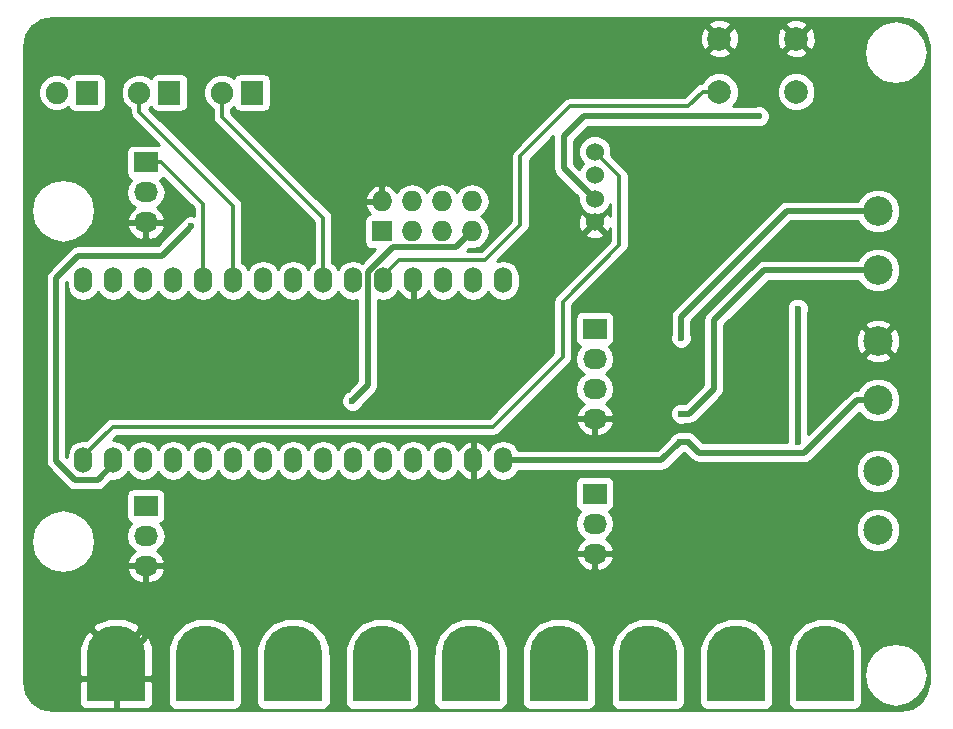
<source format=gbl>
G04 #@! TF.FileFunction,Copper,L2,Bot,Signal*
%FSLAX46Y46*%
G04 Gerber Fmt 4.6, Leading zero omitted, Abs format (unit mm)*
G04 Created by KiCad (PCBNEW 4.0.7) date 09/18/17 08:38:15*
%MOMM*%
%LPD*%
G01*
G04 APERTURE LIST*
%ADD10C,0.100000*%
%ADD11C,2.500000*%
%ADD12R,1.900000X2.000000*%
%ADD13C,1.900000*%
%ADD14O,1.524000X2.199640*%
%ADD15O,1.524000X2.197100*%
%ADD16R,2.032000X1.727200*%
%ADD17O,2.032000X1.727200*%
%ADD18C,1.524000*%
%ADD19C,1.998980*%
%ADD20C,5.000000*%
%ADD21R,5.000000X4.000000*%
%ADD22R,1.727200X1.727200*%
%ADD23O,1.727200X1.727200*%
%ADD24C,0.600000*%
%ADD25C,0.300000*%
%ADD26C,0.500000*%
%ADD27C,0.254000*%
G04 APERTURE END LIST*
D10*
D11*
X180600000Y-82430500D03*
X180600000Y-77430500D03*
D12*
X113600000Y-67400000D03*
D13*
X111060000Y-67400000D03*
D12*
X120600000Y-67400000D03*
D13*
X118060000Y-67400000D03*
D12*
X127600000Y-67400000D03*
D13*
X125060000Y-67400000D03*
D14*
X148860500Y-83310500D03*
X146320500Y-83310500D03*
X143780500Y-83310500D03*
X141240500Y-83310500D03*
X138700500Y-83310500D03*
X136160500Y-83310500D03*
X133620500Y-83310500D03*
X131080500Y-83310500D03*
X128540500Y-83310500D03*
X126000500Y-83310500D03*
X123460500Y-83310500D03*
X120920500Y-83310500D03*
X118380500Y-83310500D03*
X115840500Y-83310500D03*
X113300500Y-83310500D03*
X113300500Y-98550500D03*
X115840500Y-98550500D03*
X118380500Y-98550500D03*
X120920500Y-98550500D03*
D15*
X123460500Y-98550500D03*
X126000500Y-98550500D03*
X128540500Y-98550500D03*
X131080500Y-98550500D03*
X133620500Y-98550500D03*
X136160500Y-98550500D03*
X138700500Y-98550500D03*
X141240500Y-98550500D03*
X143780500Y-98550500D03*
X146320500Y-98550500D03*
X148860500Y-98550500D03*
D16*
X156600000Y-101360000D03*
D17*
X156600000Y-103900000D03*
X156600000Y-106440000D03*
D16*
X156600000Y-87400000D03*
D17*
X156600000Y-89940000D03*
X156600000Y-92480000D03*
X156600000Y-95020000D03*
D18*
X156600000Y-72400000D03*
X156600000Y-74400000D03*
X156600000Y-76400000D03*
X156600000Y-78400000D03*
D11*
X180600000Y-104430500D03*
X180600000Y-99430500D03*
X180600000Y-93430500D03*
X180600000Y-88430500D03*
D19*
X167168800Y-67330440D03*
X173671200Y-62829560D03*
X167168800Y-62829560D03*
X173671200Y-67330440D03*
D16*
X118600000Y-102400000D03*
D17*
X118600000Y-104940000D03*
X118600000Y-107480000D03*
D16*
X118600000Y-73320000D03*
D17*
X118600000Y-75860000D03*
X118600000Y-78400000D03*
D20*
X138600000Y-115000000D03*
D21*
X138600000Y-117000000D03*
D20*
X161100000Y-115000000D03*
D21*
X161100000Y-117000000D03*
D20*
X131100000Y-115000000D03*
D21*
X131100000Y-117000000D03*
D20*
X123600000Y-115000000D03*
D21*
X123600000Y-117000000D03*
D20*
X168600000Y-115000000D03*
D21*
X168600000Y-117000000D03*
D20*
X176100000Y-115000000D03*
D21*
X176100000Y-117000000D03*
D20*
X116100000Y-115000000D03*
D21*
X116100000Y-117000000D03*
D20*
X146100000Y-115000000D03*
D21*
X146100000Y-117000000D03*
D20*
X153600000Y-115000000D03*
D21*
X153600000Y-117000000D03*
D22*
X138600000Y-79150000D03*
D23*
X138600000Y-76610000D03*
X141140000Y-79150000D03*
X141140000Y-76610000D03*
X143680000Y-79150000D03*
X143680000Y-76610000D03*
X146220000Y-79150000D03*
X146220000Y-76610000D03*
D24*
X123300000Y-103500000D03*
X161200000Y-79700000D03*
X161200000Y-67700000D03*
X169600000Y-92000000D03*
X169500000Y-90700000D03*
X163700000Y-92000000D03*
X163800000Y-90700000D03*
X163800000Y-89500000D03*
X163800000Y-93300000D03*
X169500000Y-89600000D03*
X169500000Y-93300000D03*
X143400000Y-69900000D03*
X124200000Y-64300000D03*
X117000000Y-64300000D03*
X109800000Y-64400000D03*
X136100000Y-93500000D03*
X173800000Y-97000000D03*
X170500000Y-69400000D03*
X173800000Y-85700000D03*
X163820000Y-96980000D03*
X163820000Y-96980000D03*
X164520000Y-96980000D03*
X163920000Y-88180000D03*
X163920000Y-94580000D03*
X122446779Y-78729990D03*
D25*
X118060000Y-67400000D02*
X118060000Y-69060000D01*
X126000500Y-77000500D02*
X126000500Y-83310500D01*
X118060000Y-69060000D02*
X126000500Y-77000500D01*
X126000500Y-83310500D02*
X126000500Y-82972680D01*
X126000500Y-82972680D02*
X126020000Y-82953180D01*
X125060000Y-67400000D02*
X125060000Y-69460000D01*
X125060000Y-69460000D02*
X133620500Y-78020500D01*
X133620500Y-78020500D02*
X133620500Y-81910680D01*
X133620500Y-81910680D02*
X133620500Y-83310500D01*
D26*
X118500000Y-108943600D02*
X118499999Y-113600001D01*
X118499999Y-113600001D02*
X116000000Y-116100000D01*
X118600000Y-107480000D02*
X118600000Y-108843600D01*
X118600000Y-108843600D02*
X118500000Y-108943600D01*
D25*
X167168800Y-67330440D02*
X165755308Y-67330440D01*
X165755308Y-67330440D02*
X164505748Y-68580000D01*
X164505748Y-68580000D02*
X154520000Y-68580000D01*
X154520000Y-68580000D02*
X150320000Y-72780000D01*
X150320000Y-72780000D02*
X150320000Y-78580000D01*
X150320000Y-78580000D02*
X147300000Y-81600000D01*
X147300000Y-81600000D02*
X140073180Y-81600000D01*
X140073180Y-81600000D02*
X138700500Y-82972680D01*
X138700500Y-82972680D02*
X138700500Y-83310500D01*
X118600000Y-73320000D02*
X119916000Y-73320000D01*
X119916000Y-73320000D02*
X123460500Y-76864500D01*
X123460500Y-76864500D02*
X123460500Y-77944500D01*
X123460500Y-83310500D02*
X123460500Y-77944500D01*
X123460500Y-83310500D02*
X123460500Y-82972680D01*
X156600000Y-72400000D02*
X158700000Y-74500000D01*
X158700000Y-74500000D02*
X158700000Y-80300000D01*
X158700000Y-80300000D02*
X153900000Y-85100000D01*
X153900000Y-85100000D02*
X153900000Y-89800000D01*
X113300500Y-98212680D02*
X113300500Y-98550500D01*
X153900000Y-89800000D02*
X148000000Y-95700000D01*
X148000000Y-95700000D02*
X115813180Y-95700000D01*
X115813180Y-95700000D02*
X113300500Y-98212680D01*
D26*
X146220000Y-79150000D02*
X144906399Y-80463601D01*
X137400000Y-92200000D02*
X136100000Y-93500000D01*
X144906399Y-80463601D02*
X139495539Y-80463601D01*
X139495539Y-80463601D02*
X137400000Y-82559140D01*
X137400000Y-82559140D02*
X137400000Y-92200000D01*
X173800000Y-97000000D02*
X173800000Y-87200000D01*
X173800000Y-87200000D02*
X173800000Y-85700000D01*
X156600000Y-76400000D02*
X154000000Y-73800000D01*
X154000000Y-73800000D02*
X154000000Y-71100000D01*
X154000000Y-71100000D02*
X155700000Y-69400000D01*
X155700000Y-69400000D02*
X168100000Y-69400000D01*
X168100000Y-69400000D02*
X170500000Y-69400000D01*
X141240500Y-98550500D02*
X141240500Y-98213950D01*
X141240500Y-98887050D02*
X141240500Y-98550500D01*
X148860500Y-98550500D02*
X162249500Y-98550500D01*
X162249500Y-98550500D02*
X163820000Y-96980000D01*
X180600000Y-93430500D02*
X178832234Y-93430500D01*
X178832234Y-93430500D02*
X174362734Y-97900000D01*
X174362734Y-97900000D02*
X165440000Y-97900000D01*
X165440000Y-97900000D02*
X164520000Y-96980000D01*
X164520000Y-96980000D02*
X163820000Y-96980000D01*
X163920000Y-88180000D02*
X163920000Y-86380000D01*
X163920000Y-86380000D02*
X172869500Y-77430500D01*
X172869500Y-77430500D02*
X180600000Y-77430500D01*
X163920000Y-94580000D02*
X164620000Y-94580000D01*
X164620000Y-94580000D02*
X166700000Y-92500000D01*
X166700000Y-92500000D02*
X166700000Y-86700000D01*
X166700000Y-86700000D02*
X170969500Y-82430500D01*
X170969500Y-82430500D02*
X178832234Y-82430500D01*
X178832234Y-82430500D02*
X180600000Y-82430500D01*
X115840500Y-98550500D02*
X115840500Y-98888320D01*
X115840500Y-98888320D02*
X114528820Y-100200000D01*
X114528820Y-100200000D02*
X112600000Y-100200000D01*
X112900000Y-81200000D02*
X119976769Y-81200000D01*
X112600000Y-100200000D02*
X111000000Y-98600000D01*
X111000000Y-83100000D02*
X112900000Y-81200000D01*
X111000000Y-98600000D02*
X111000000Y-83100000D01*
X119976769Y-81200000D02*
X122146780Y-79029989D01*
X122146780Y-79029989D02*
X122446779Y-78729990D01*
D27*
G36*
X183471023Y-61297167D02*
X184209439Y-61790561D01*
X184702833Y-62528977D01*
X184890000Y-63469931D01*
X184890000Y-117330069D01*
X184702833Y-118271023D01*
X184209439Y-119009439D01*
X183471023Y-119502833D01*
X182530069Y-119690000D01*
X110669931Y-119690000D01*
X109728977Y-119502833D01*
X108990561Y-119009439D01*
X108497167Y-118271023D01*
X108310000Y-117330069D01*
X108310000Y-114377892D01*
X112964706Y-114377892D01*
X112965000Y-115000000D01*
X112965000Y-116714250D01*
X113123750Y-116873000D01*
X113589116Y-116873000D01*
X113864118Y-117056274D01*
X113793392Y-117127000D01*
X113123750Y-117127000D01*
X112965000Y-117285750D01*
X112965000Y-119126310D01*
X113061673Y-119359699D01*
X113240302Y-119538327D01*
X113473691Y-119635000D01*
X115814250Y-119635000D01*
X115973000Y-119476250D01*
X115973000Y-118135060D01*
X116227000Y-118134940D01*
X116227000Y-119476250D01*
X116385750Y-119635000D01*
X118726309Y-119635000D01*
X118959698Y-119538327D01*
X119138327Y-119359699D01*
X119235000Y-119126310D01*
X119235000Y-117285750D01*
X119076250Y-117127000D01*
X118406608Y-117127000D01*
X118335882Y-117056274D01*
X118610884Y-116873000D01*
X119076250Y-116873000D01*
X119235000Y-116714250D01*
X119235000Y-115622819D01*
X119235294Y-115622108D01*
X119235001Y-115000000D01*
X120452560Y-115000000D01*
X120452560Y-119000000D01*
X120496838Y-119235317D01*
X120635910Y-119451441D01*
X120848110Y-119596431D01*
X121100000Y-119647440D01*
X126100000Y-119647440D01*
X126335317Y-119603162D01*
X126551441Y-119464090D01*
X126696431Y-119251890D01*
X126747440Y-119000000D01*
X126747440Y-115000000D01*
X127952560Y-115000000D01*
X127952560Y-119000000D01*
X127996838Y-119235317D01*
X128135910Y-119451441D01*
X128348110Y-119596431D01*
X128600000Y-119647440D01*
X133600000Y-119647440D01*
X133835317Y-119603162D01*
X134051441Y-119464090D01*
X134196431Y-119251890D01*
X134247440Y-119000000D01*
X134247440Y-115000000D01*
X135452560Y-115000000D01*
X135452560Y-119000000D01*
X135496838Y-119235317D01*
X135635910Y-119451441D01*
X135848110Y-119596431D01*
X136100000Y-119647440D01*
X141100000Y-119647440D01*
X141335317Y-119603162D01*
X141551441Y-119464090D01*
X141696431Y-119251890D01*
X141747440Y-119000000D01*
X141747440Y-115000000D01*
X142952560Y-115000000D01*
X142952560Y-119000000D01*
X142996838Y-119235317D01*
X143135910Y-119451441D01*
X143348110Y-119596431D01*
X143600000Y-119647440D01*
X148600000Y-119647440D01*
X148835317Y-119603162D01*
X149051441Y-119464090D01*
X149196431Y-119251890D01*
X149247440Y-119000000D01*
X149247440Y-115000000D01*
X150452560Y-115000000D01*
X150452560Y-119000000D01*
X150496838Y-119235317D01*
X150635910Y-119451441D01*
X150848110Y-119596431D01*
X151100000Y-119647440D01*
X156100000Y-119647440D01*
X156335317Y-119603162D01*
X156551441Y-119464090D01*
X156696431Y-119251890D01*
X156747440Y-119000000D01*
X156747440Y-115000000D01*
X157952560Y-115000000D01*
X157952560Y-119000000D01*
X157996838Y-119235317D01*
X158135910Y-119451441D01*
X158348110Y-119596431D01*
X158600000Y-119647440D01*
X163600000Y-119647440D01*
X163835317Y-119603162D01*
X164051441Y-119464090D01*
X164196431Y-119251890D01*
X164247440Y-119000000D01*
X164247440Y-115000000D01*
X165452560Y-115000000D01*
X165452560Y-119000000D01*
X165496838Y-119235317D01*
X165635910Y-119451441D01*
X165848110Y-119596431D01*
X166100000Y-119647440D01*
X171100000Y-119647440D01*
X171335317Y-119603162D01*
X171551441Y-119464090D01*
X171696431Y-119251890D01*
X171747440Y-119000000D01*
X171747440Y-115000000D01*
X172952560Y-115000000D01*
X172952560Y-119000000D01*
X172996838Y-119235317D01*
X173135910Y-119451441D01*
X173348110Y-119596431D01*
X173600000Y-119647440D01*
X178600000Y-119647440D01*
X178835317Y-119603162D01*
X179051441Y-119464090D01*
X179196431Y-119251890D01*
X179247440Y-119000000D01*
X179247440Y-116700000D01*
X179390000Y-116700000D01*
X179596286Y-117737072D01*
X180183741Y-118616259D01*
X181062928Y-119203714D01*
X182100000Y-119410000D01*
X183137072Y-119203714D01*
X184016259Y-118616259D01*
X184603714Y-117737072D01*
X184810000Y-116700000D01*
X184603714Y-115662928D01*
X184016259Y-114783741D01*
X183137072Y-114196286D01*
X182100000Y-113990000D01*
X181062928Y-114196286D01*
X180183741Y-114783741D01*
X179596286Y-115662928D01*
X179390000Y-116700000D01*
X179247440Y-116700000D01*
X179247440Y-115000000D01*
X179235058Y-114934197D01*
X179235543Y-114379146D01*
X178759273Y-113226485D01*
X177878153Y-112343826D01*
X176726326Y-111865546D01*
X175479146Y-111864457D01*
X174326485Y-112340727D01*
X173443826Y-113221847D01*
X172965546Y-114373674D01*
X172965053Y-114938308D01*
X172952560Y-115000000D01*
X171747440Y-115000000D01*
X171735058Y-114934197D01*
X171735543Y-114379146D01*
X171259273Y-113226485D01*
X170378153Y-112343826D01*
X169226326Y-111865546D01*
X167979146Y-111864457D01*
X166826485Y-112340727D01*
X165943826Y-113221847D01*
X165465546Y-114373674D01*
X165465053Y-114938308D01*
X165452560Y-115000000D01*
X164247440Y-115000000D01*
X164235058Y-114934197D01*
X164235543Y-114379146D01*
X163759273Y-113226485D01*
X162878153Y-112343826D01*
X161726326Y-111865546D01*
X160479146Y-111864457D01*
X159326485Y-112340727D01*
X158443826Y-113221847D01*
X157965546Y-114373674D01*
X157965053Y-114938308D01*
X157952560Y-115000000D01*
X156747440Y-115000000D01*
X156735058Y-114934197D01*
X156735543Y-114379146D01*
X156259273Y-113226485D01*
X155378153Y-112343826D01*
X154226326Y-111865546D01*
X152979146Y-111864457D01*
X151826485Y-112340727D01*
X150943826Y-113221847D01*
X150465546Y-114373674D01*
X150465053Y-114938308D01*
X150452560Y-115000000D01*
X149247440Y-115000000D01*
X149235058Y-114934197D01*
X149235543Y-114379146D01*
X148759273Y-113226485D01*
X147878153Y-112343826D01*
X146726326Y-111865546D01*
X145479146Y-111864457D01*
X144326485Y-112340727D01*
X143443826Y-113221847D01*
X142965546Y-114373674D01*
X142965053Y-114938308D01*
X142952560Y-115000000D01*
X141747440Y-115000000D01*
X141735058Y-114934197D01*
X141735543Y-114379146D01*
X141259273Y-113226485D01*
X140378153Y-112343826D01*
X139226326Y-111865546D01*
X137979146Y-111864457D01*
X136826485Y-112340727D01*
X135943826Y-113221847D01*
X135465546Y-114373674D01*
X135465053Y-114938308D01*
X135452560Y-115000000D01*
X134247440Y-115000000D01*
X134235058Y-114934197D01*
X134235543Y-114379146D01*
X133759273Y-113226485D01*
X132878153Y-112343826D01*
X131726326Y-111865546D01*
X130479146Y-111864457D01*
X129326485Y-112340727D01*
X128443826Y-113221847D01*
X127965546Y-114373674D01*
X127965053Y-114938308D01*
X127952560Y-115000000D01*
X126747440Y-115000000D01*
X126735058Y-114934197D01*
X126735543Y-114379146D01*
X126259273Y-113226485D01*
X125378153Y-112343826D01*
X124226326Y-111865546D01*
X122979146Y-111864457D01*
X121826485Y-112340727D01*
X120943826Y-113221847D01*
X120465546Y-114373674D01*
X120465053Y-114938308D01*
X120452560Y-115000000D01*
X119235001Y-115000000D01*
X119235000Y-114999577D01*
X119235000Y-114873690D01*
X119234940Y-114873546D01*
X119234705Y-114374928D01*
X118758564Y-113225421D01*
X118335880Y-112943725D01*
X116914605Y-114365000D01*
X116555395Y-114365000D01*
X118156275Y-112764120D01*
X117874579Y-112341436D01*
X116722108Y-111864706D01*
X115474928Y-111865295D01*
X114325421Y-112341436D01*
X114043725Y-112764120D01*
X115644605Y-114365000D01*
X115285395Y-114365000D01*
X113864120Y-112943725D01*
X113441436Y-113225421D01*
X112964706Y-114377892D01*
X108310000Y-114377892D01*
X108310000Y-105400000D01*
X108890000Y-105400000D01*
X109096286Y-106437072D01*
X109683741Y-107316259D01*
X110562928Y-107903714D01*
X111600000Y-108110000D01*
X112637072Y-107903714D01*
X112733884Y-107839026D01*
X116992642Y-107839026D01*
X116995291Y-107854791D01*
X117249268Y-108382036D01*
X117685680Y-108771954D01*
X118238087Y-108965184D01*
X118473000Y-108820924D01*
X118473000Y-107607000D01*
X118727000Y-107607000D01*
X118727000Y-108820924D01*
X118961913Y-108965184D01*
X119514320Y-108771954D01*
X119950732Y-108382036D01*
X120204709Y-107854791D01*
X120207358Y-107839026D01*
X120086217Y-107607000D01*
X118727000Y-107607000D01*
X118473000Y-107607000D01*
X117113783Y-107607000D01*
X116992642Y-107839026D01*
X112733884Y-107839026D01*
X113516259Y-107316259D01*
X114103714Y-106437072D01*
X114310000Y-105400000D01*
X114218501Y-104940000D01*
X116916655Y-104940000D01*
X117030729Y-105513489D01*
X117355585Y-105999670D01*
X117665069Y-106206461D01*
X117249268Y-106577964D01*
X116995291Y-107105209D01*
X116992642Y-107120974D01*
X117113783Y-107353000D01*
X118473000Y-107353000D01*
X118473000Y-107333000D01*
X118727000Y-107333000D01*
X118727000Y-107353000D01*
X120086217Y-107353000D01*
X120207358Y-107120974D01*
X120204709Y-107105209D01*
X120057219Y-106799026D01*
X154992642Y-106799026D01*
X154995291Y-106814791D01*
X155249268Y-107342036D01*
X155685680Y-107731954D01*
X156238087Y-107925184D01*
X156473000Y-107780924D01*
X156473000Y-106567000D01*
X156727000Y-106567000D01*
X156727000Y-107780924D01*
X156961913Y-107925184D01*
X157514320Y-107731954D01*
X157950732Y-107342036D01*
X158204709Y-106814791D01*
X158207358Y-106799026D01*
X158086217Y-106567000D01*
X156727000Y-106567000D01*
X156473000Y-106567000D01*
X155113783Y-106567000D01*
X154992642Y-106799026D01*
X120057219Y-106799026D01*
X119950732Y-106577964D01*
X119534931Y-106206461D01*
X119844415Y-105999670D01*
X120169271Y-105513489D01*
X120283345Y-104940000D01*
X120169271Y-104366511D01*
X119857559Y-103900000D01*
X154916655Y-103900000D01*
X155030729Y-104473489D01*
X155355585Y-104959670D01*
X155665069Y-105166461D01*
X155249268Y-105537964D01*
X154995291Y-106065209D01*
X154992642Y-106080974D01*
X155113783Y-106313000D01*
X156473000Y-106313000D01*
X156473000Y-106293000D01*
X156727000Y-106293000D01*
X156727000Y-106313000D01*
X158086217Y-106313000D01*
X158207358Y-106080974D01*
X158204709Y-106065209D01*
X157950732Y-105537964D01*
X157534931Y-105166461D01*
X157844415Y-104959670D01*
X157948560Y-104803805D01*
X178714674Y-104803805D01*
X179001043Y-105496872D01*
X179530839Y-106027593D01*
X180223405Y-106315172D01*
X180973305Y-106315826D01*
X181666372Y-106029457D01*
X182197093Y-105499661D01*
X182484672Y-104807095D01*
X182485326Y-104057195D01*
X182198957Y-103364128D01*
X181669161Y-102833407D01*
X180976595Y-102545828D01*
X180226695Y-102545174D01*
X179533628Y-102831543D01*
X179002907Y-103361339D01*
X178715328Y-104053905D01*
X178714674Y-104803805D01*
X157948560Y-104803805D01*
X158169271Y-104473489D01*
X158283345Y-103900000D01*
X158169271Y-103326511D01*
X157844415Y-102840330D01*
X157830087Y-102830757D01*
X157851317Y-102826762D01*
X158067441Y-102687690D01*
X158212431Y-102475490D01*
X158263440Y-102223600D01*
X158263440Y-100496400D01*
X158219162Y-100261083D01*
X158080090Y-100044959D01*
X157867890Y-99899969D01*
X157616000Y-99848960D01*
X155584000Y-99848960D01*
X155348683Y-99893238D01*
X155132559Y-100032310D01*
X154987569Y-100244510D01*
X154936560Y-100496400D01*
X154936560Y-102223600D01*
X154980838Y-102458917D01*
X155119910Y-102675041D01*
X155332110Y-102820031D01*
X155373439Y-102828400D01*
X155355585Y-102840330D01*
X155030729Y-103326511D01*
X154916655Y-103900000D01*
X119857559Y-103900000D01*
X119844415Y-103880330D01*
X119830087Y-103870757D01*
X119851317Y-103866762D01*
X120067441Y-103727690D01*
X120212431Y-103515490D01*
X120263440Y-103263600D01*
X120263440Y-101536400D01*
X120219162Y-101301083D01*
X120080090Y-101084959D01*
X119867890Y-100939969D01*
X119616000Y-100888960D01*
X117584000Y-100888960D01*
X117348683Y-100933238D01*
X117132559Y-101072310D01*
X116987569Y-101284510D01*
X116936560Y-101536400D01*
X116936560Y-103263600D01*
X116980838Y-103498917D01*
X117119910Y-103715041D01*
X117332110Y-103860031D01*
X117373439Y-103868400D01*
X117355585Y-103880330D01*
X117030729Y-104366511D01*
X116916655Y-104940000D01*
X114218501Y-104940000D01*
X114103714Y-104362928D01*
X113516259Y-103483741D01*
X112637072Y-102896286D01*
X111600000Y-102690000D01*
X110562928Y-102896286D01*
X109683741Y-103483741D01*
X109096286Y-104362928D01*
X108890000Y-105400000D01*
X108310000Y-105400000D01*
X108310000Y-83100000D01*
X110114999Y-83100000D01*
X110115000Y-83100005D01*
X110115000Y-98599995D01*
X110114999Y-98600000D01*
X110171190Y-98882484D01*
X110182367Y-98938675D01*
X110221793Y-98997680D01*
X110374210Y-99225790D01*
X111974208Y-100825787D01*
X111974210Y-100825790D01*
X112261325Y-101017633D01*
X112311397Y-101027593D01*
X112600000Y-101085001D01*
X112600005Y-101085000D01*
X114528815Y-101085000D01*
X114528820Y-101085001D01*
X114817423Y-101027593D01*
X114867495Y-101017633D01*
X115154610Y-100825790D01*
X115690858Y-100289541D01*
X115840500Y-100319307D01*
X116375109Y-100212967D01*
X116828328Y-99910135D01*
X117110500Y-99487836D01*
X117392672Y-99910135D01*
X117845891Y-100212967D01*
X118380500Y-100319307D01*
X118915109Y-100212967D01*
X119368328Y-99910135D01*
X119650500Y-99487836D01*
X119932672Y-99910135D01*
X120385891Y-100212967D01*
X120920500Y-100319307D01*
X121455109Y-100212967D01*
X121908328Y-99910135D01*
X122190933Y-99487188D01*
X122472672Y-99908840D01*
X122925891Y-100211672D01*
X123460500Y-100318012D01*
X123995109Y-100211672D01*
X124448328Y-99908840D01*
X124730500Y-99486541D01*
X125012672Y-99908840D01*
X125465891Y-100211672D01*
X126000500Y-100318012D01*
X126535109Y-100211672D01*
X126988328Y-99908840D01*
X127270500Y-99486541D01*
X127552672Y-99908840D01*
X128005891Y-100211672D01*
X128540500Y-100318012D01*
X129075109Y-100211672D01*
X129528328Y-99908840D01*
X129810500Y-99486541D01*
X130092672Y-99908840D01*
X130545891Y-100211672D01*
X131080500Y-100318012D01*
X131615109Y-100211672D01*
X132068328Y-99908840D01*
X132350500Y-99486541D01*
X132632672Y-99908840D01*
X133085891Y-100211672D01*
X133620500Y-100318012D01*
X134155109Y-100211672D01*
X134608328Y-99908840D01*
X134890500Y-99486541D01*
X135172672Y-99908840D01*
X135625891Y-100211672D01*
X136160500Y-100318012D01*
X136695109Y-100211672D01*
X137148328Y-99908840D01*
X137430500Y-99486541D01*
X137712672Y-99908840D01*
X138165891Y-100211672D01*
X138700500Y-100318012D01*
X139235109Y-100211672D01*
X139688328Y-99908840D01*
X139970500Y-99486541D01*
X140252672Y-99908840D01*
X140705891Y-100211672D01*
X141240500Y-100318012D01*
X141775109Y-100211672D01*
X142228328Y-99908840D01*
X142510500Y-99486541D01*
X142792672Y-99908840D01*
X143245891Y-100211672D01*
X143780500Y-100318012D01*
X144315109Y-100211672D01*
X144768328Y-99908840D01*
X145059142Y-99473607D01*
X145078441Y-99538991D01*
X145422474Y-99964680D01*
X145903223Y-100226310D01*
X145977430Y-100241270D01*
X146193500Y-100118770D01*
X146193500Y-98677500D01*
X146173500Y-98677500D01*
X146173500Y-98423500D01*
X146193500Y-98423500D01*
X146193500Y-96982230D01*
X146447500Y-96982230D01*
X146447500Y-98423500D01*
X146467500Y-98423500D01*
X146467500Y-98677500D01*
X146447500Y-98677500D01*
X146447500Y-100118770D01*
X146663570Y-100241270D01*
X146737777Y-100226310D01*
X147218526Y-99964680D01*
X147562559Y-99538991D01*
X147581858Y-99473607D01*
X147872672Y-99908840D01*
X148325891Y-100211672D01*
X148860500Y-100318012D01*
X149395109Y-100211672D01*
X149848328Y-99908840D01*
X149918510Y-99803805D01*
X178714674Y-99803805D01*
X179001043Y-100496872D01*
X179530839Y-101027593D01*
X180223405Y-101315172D01*
X180973305Y-101315826D01*
X181666372Y-101029457D01*
X182197093Y-100499661D01*
X182484672Y-99807095D01*
X182485326Y-99057195D01*
X182198957Y-98364128D01*
X181669161Y-97833407D01*
X180976595Y-97545828D01*
X180226695Y-97545174D01*
X179533628Y-97831543D01*
X179002907Y-98361339D01*
X178715328Y-99053905D01*
X178714674Y-99803805D01*
X149918510Y-99803805D01*
X150151160Y-99455621D01*
X150155162Y-99435500D01*
X162249495Y-99435500D01*
X162249500Y-99435501D01*
X162531984Y-99379310D01*
X162588175Y-99368133D01*
X162875290Y-99176290D01*
X164170000Y-97881579D01*
X164814208Y-98525787D01*
X164814210Y-98525790D01*
X165101325Y-98717633D01*
X165440000Y-98785000D01*
X174362729Y-98785000D01*
X174362734Y-98785001D01*
X174645218Y-98728810D01*
X174701409Y-98717633D01*
X174988524Y-98525790D01*
X174988525Y-98525789D01*
X179009235Y-94505078D01*
X179530839Y-95027593D01*
X180223405Y-95315172D01*
X180973305Y-95315826D01*
X181666372Y-95029457D01*
X182197093Y-94499661D01*
X182484672Y-93807095D01*
X182485326Y-93057195D01*
X182198957Y-92364128D01*
X181669161Y-91833407D01*
X180976595Y-91545828D01*
X180226695Y-91545174D01*
X179533628Y-91831543D01*
X179002907Y-92361339D01*
X178926437Y-92545500D01*
X178832239Y-92545500D01*
X178832234Y-92545499D01*
X178493560Y-92612866D01*
X178493558Y-92612867D01*
X178493559Y-92612867D01*
X178206444Y-92804710D01*
X178206442Y-92804713D01*
X174685000Y-96326154D01*
X174685000Y-89763820D01*
X179446285Y-89763820D01*
X179575533Y-90056623D01*
X180275806Y-90324888D01*
X181025435Y-90304750D01*
X181624467Y-90056623D01*
X181753715Y-89763820D01*
X180600000Y-88610105D01*
X179446285Y-89763820D01*
X174685000Y-89763820D01*
X174685000Y-88106306D01*
X178705612Y-88106306D01*
X178725750Y-88855935D01*
X178973877Y-89454967D01*
X179266680Y-89584215D01*
X180420395Y-88430500D01*
X180779605Y-88430500D01*
X181933320Y-89584215D01*
X182226123Y-89454967D01*
X182494388Y-88754694D01*
X182474250Y-88005065D01*
X182226123Y-87406033D01*
X181933320Y-87276785D01*
X180779605Y-88430500D01*
X180420395Y-88430500D01*
X179266680Y-87276785D01*
X178973877Y-87406033D01*
X178705612Y-88106306D01*
X174685000Y-88106306D01*
X174685000Y-87097180D01*
X179446285Y-87097180D01*
X180600000Y-88250895D01*
X181753715Y-87097180D01*
X181624467Y-86804377D01*
X180924194Y-86536112D01*
X180174565Y-86556250D01*
X179575533Y-86804377D01*
X179446285Y-87097180D01*
X174685000Y-87097180D01*
X174685000Y-86006822D01*
X174734838Y-85886799D01*
X174735162Y-85514833D01*
X174593117Y-85171057D01*
X174330327Y-84907808D01*
X173986799Y-84765162D01*
X173614833Y-84764838D01*
X173271057Y-84906883D01*
X173007808Y-85169673D01*
X172865162Y-85513201D01*
X172864838Y-85885167D01*
X172915000Y-86006569D01*
X172915000Y-96693178D01*
X172865162Y-96813201D01*
X172864986Y-97015000D01*
X165806579Y-97015000D01*
X165362744Y-96571165D01*
X165313117Y-96451057D01*
X165050327Y-96187808D01*
X164706799Y-96045162D01*
X164334833Y-96044838D01*
X164213431Y-96095000D01*
X164126822Y-96095000D01*
X164006799Y-96045162D01*
X163634833Y-96044838D01*
X163291057Y-96186883D01*
X163027808Y-96449673D01*
X162977434Y-96570987D01*
X161882920Y-97665500D01*
X150155162Y-97665500D01*
X150151160Y-97645379D01*
X149848328Y-97192160D01*
X149395109Y-96889328D01*
X148860500Y-96782988D01*
X148325891Y-96889328D01*
X147872672Y-97192160D01*
X147581858Y-97627393D01*
X147562559Y-97562009D01*
X147218526Y-97136320D01*
X146737777Y-96874690D01*
X146663570Y-96859730D01*
X146447500Y-96982230D01*
X146193500Y-96982230D01*
X145977430Y-96859730D01*
X145903223Y-96874690D01*
X145422474Y-97136320D01*
X145078441Y-97562009D01*
X145059142Y-97627393D01*
X144768328Y-97192160D01*
X144315109Y-96889328D01*
X143780500Y-96782988D01*
X143245891Y-96889328D01*
X142792672Y-97192160D01*
X142510500Y-97614459D01*
X142228328Y-97192160D01*
X141775109Y-96889328D01*
X141240500Y-96782988D01*
X140705891Y-96889328D01*
X140252672Y-97192160D01*
X139970500Y-97614459D01*
X139688328Y-97192160D01*
X139235109Y-96889328D01*
X138700500Y-96782988D01*
X138165891Y-96889328D01*
X137712672Y-97192160D01*
X137430500Y-97614459D01*
X137148328Y-97192160D01*
X136695109Y-96889328D01*
X136160500Y-96782988D01*
X135625891Y-96889328D01*
X135172672Y-97192160D01*
X134890500Y-97614459D01*
X134608328Y-97192160D01*
X134155109Y-96889328D01*
X133620500Y-96782988D01*
X133085891Y-96889328D01*
X132632672Y-97192160D01*
X132350500Y-97614459D01*
X132068328Y-97192160D01*
X131615109Y-96889328D01*
X131080500Y-96782988D01*
X130545891Y-96889328D01*
X130092672Y-97192160D01*
X129810500Y-97614459D01*
X129528328Y-97192160D01*
X129075109Y-96889328D01*
X128540500Y-96782988D01*
X128005891Y-96889328D01*
X127552672Y-97192160D01*
X127270500Y-97614459D01*
X126988328Y-97192160D01*
X126535109Y-96889328D01*
X126000500Y-96782988D01*
X125465891Y-96889328D01*
X125012672Y-97192160D01*
X124730500Y-97614459D01*
X124448328Y-97192160D01*
X123995109Y-96889328D01*
X123460500Y-96782988D01*
X122925891Y-96889328D01*
X122472672Y-97192160D01*
X122190933Y-97613812D01*
X121908328Y-97190865D01*
X121455109Y-96888033D01*
X120920500Y-96781693D01*
X120385891Y-96888033D01*
X119932672Y-97190865D01*
X119650500Y-97613164D01*
X119368328Y-97190865D01*
X118915109Y-96888033D01*
X118380500Y-96781693D01*
X117845891Y-96888033D01*
X117392672Y-97190865D01*
X117110500Y-97613164D01*
X116828328Y-97190865D01*
X116375109Y-96888033D01*
X115841455Y-96781883D01*
X116138338Y-96485000D01*
X148000000Y-96485000D01*
X148300407Y-96425245D01*
X148555079Y-96255079D01*
X149431132Y-95379026D01*
X154992642Y-95379026D01*
X154995291Y-95394791D01*
X155249268Y-95922036D01*
X155685680Y-96311954D01*
X156238087Y-96505184D01*
X156473000Y-96360924D01*
X156473000Y-95147000D01*
X156727000Y-95147000D01*
X156727000Y-96360924D01*
X156961913Y-96505184D01*
X157514320Y-96311954D01*
X157950732Y-95922036D01*
X158204709Y-95394791D01*
X158207358Y-95379026D01*
X158086217Y-95147000D01*
X156727000Y-95147000D01*
X156473000Y-95147000D01*
X155113783Y-95147000D01*
X154992642Y-95379026D01*
X149431132Y-95379026D01*
X154455079Y-90355079D01*
X154625245Y-90100407D01*
X154657152Y-89940000D01*
X154916655Y-89940000D01*
X155030729Y-90513489D01*
X155355585Y-90999670D01*
X155670366Y-91210000D01*
X155355585Y-91420330D01*
X155030729Y-91906511D01*
X154916655Y-92480000D01*
X155030729Y-93053489D01*
X155355585Y-93539670D01*
X155665069Y-93746461D01*
X155249268Y-94117964D01*
X154995291Y-94645209D01*
X154992642Y-94660974D01*
X155113783Y-94893000D01*
X156473000Y-94893000D01*
X156473000Y-94873000D01*
X156727000Y-94873000D01*
X156727000Y-94893000D01*
X158086217Y-94893000D01*
X158152958Y-94765167D01*
X162984838Y-94765167D01*
X163126883Y-95108943D01*
X163389673Y-95372192D01*
X163733201Y-95514838D01*
X164105167Y-95515162D01*
X164226569Y-95465000D01*
X164619995Y-95465000D01*
X164620000Y-95465001D01*
X164948821Y-95399593D01*
X164958675Y-95397633D01*
X165245790Y-95205790D01*
X167325787Y-93125792D01*
X167325790Y-93125790D01*
X167517633Y-92838675D01*
X167524389Y-92804710D01*
X167585001Y-92500000D01*
X167585000Y-92499995D01*
X167585000Y-87066580D01*
X171336079Y-83315500D01*
X178926102Y-83315500D01*
X179001043Y-83496872D01*
X179530839Y-84027593D01*
X180223405Y-84315172D01*
X180973305Y-84315826D01*
X181666372Y-84029457D01*
X182197093Y-83499661D01*
X182484672Y-82807095D01*
X182485326Y-82057195D01*
X182198957Y-81364128D01*
X181669161Y-80833407D01*
X180976595Y-80545828D01*
X180226695Y-80545174D01*
X179533628Y-80831543D01*
X179002907Y-81361339D01*
X178926437Y-81545500D01*
X170969505Y-81545500D01*
X170969500Y-81545499D01*
X170695511Y-81600000D01*
X170630825Y-81612867D01*
X170343710Y-81804710D01*
X170343708Y-81804713D01*
X166074210Y-86074210D01*
X165882367Y-86361325D01*
X165871190Y-86417516D01*
X165814999Y-86700000D01*
X165815000Y-86700005D01*
X165815000Y-92133421D01*
X164253420Y-93695000D01*
X164226822Y-93695000D01*
X164106799Y-93645162D01*
X163734833Y-93644838D01*
X163391057Y-93786883D01*
X163127808Y-94049673D01*
X162985162Y-94393201D01*
X162984838Y-94765167D01*
X158152958Y-94765167D01*
X158207358Y-94660974D01*
X158204709Y-94645209D01*
X157950732Y-94117964D01*
X157534931Y-93746461D01*
X157844415Y-93539670D01*
X158169271Y-93053489D01*
X158283345Y-92480000D01*
X158169271Y-91906511D01*
X157844415Y-91420330D01*
X157529634Y-91210000D01*
X157844415Y-90999670D01*
X158169271Y-90513489D01*
X158283345Y-89940000D01*
X158169271Y-89366511D01*
X157844415Y-88880330D01*
X157830087Y-88870757D01*
X157851317Y-88866762D01*
X158067441Y-88727690D01*
X158212431Y-88515490D01*
X158242872Y-88365167D01*
X162984838Y-88365167D01*
X163126883Y-88708943D01*
X163389673Y-88972192D01*
X163733201Y-89114838D01*
X164105167Y-89115162D01*
X164448943Y-88973117D01*
X164712192Y-88710327D01*
X164854838Y-88366799D01*
X164855162Y-87994833D01*
X164805000Y-87873431D01*
X164805000Y-86746580D01*
X173236079Y-78315500D01*
X178926102Y-78315500D01*
X179001043Y-78496872D01*
X179530839Y-79027593D01*
X180223405Y-79315172D01*
X180973305Y-79315826D01*
X181666372Y-79029457D01*
X182197093Y-78499661D01*
X182484672Y-77807095D01*
X182485326Y-77057195D01*
X182198957Y-76364128D01*
X181669161Y-75833407D01*
X180976595Y-75545828D01*
X180226695Y-75545174D01*
X179533628Y-75831543D01*
X179002907Y-76361339D01*
X178926437Y-76545500D01*
X172869505Y-76545500D01*
X172869500Y-76545499D01*
X172530825Y-76612867D01*
X172243710Y-76804710D01*
X172243708Y-76804713D01*
X163294210Y-85754210D01*
X163102367Y-86041325D01*
X163102367Y-86041326D01*
X163034999Y-86380000D01*
X163035000Y-86380005D01*
X163035000Y-87873178D01*
X162985162Y-87993201D01*
X162984838Y-88365167D01*
X158242872Y-88365167D01*
X158263440Y-88263600D01*
X158263440Y-86536400D01*
X158219162Y-86301083D01*
X158080090Y-86084959D01*
X157867890Y-85939969D01*
X157616000Y-85888960D01*
X155584000Y-85888960D01*
X155348683Y-85933238D01*
X155132559Y-86072310D01*
X154987569Y-86284510D01*
X154936560Y-86536400D01*
X154936560Y-88263600D01*
X154980838Y-88498917D01*
X155119910Y-88715041D01*
X155332110Y-88860031D01*
X155373439Y-88868400D01*
X155355585Y-88880330D01*
X155030729Y-89366511D01*
X154916655Y-89940000D01*
X154657152Y-89940000D01*
X154685000Y-89800000D01*
X154685000Y-85425158D01*
X159255079Y-80855079D01*
X159425245Y-80600407D01*
X159485000Y-80300000D01*
X159485000Y-74500000D01*
X159425245Y-74199594D01*
X159255079Y-73944921D01*
X159255076Y-73944919D01*
X157994557Y-72684399D01*
X157996757Y-72679100D01*
X157997242Y-72123339D01*
X157785010Y-71609697D01*
X157392370Y-71216371D01*
X156879100Y-71003243D01*
X156323339Y-71002758D01*
X155809697Y-71214990D01*
X155416371Y-71607630D01*
X155203243Y-72120900D01*
X155202758Y-72676661D01*
X155414990Y-73190303D01*
X155624342Y-73400021D01*
X155416371Y-73607630D01*
X155311578Y-73859999D01*
X154885000Y-73433420D01*
X154885000Y-71466580D01*
X156066579Y-70285000D01*
X170193178Y-70285000D01*
X170313201Y-70334838D01*
X170685167Y-70335162D01*
X171028943Y-70193117D01*
X171292192Y-69930327D01*
X171434838Y-69586799D01*
X171435162Y-69214833D01*
X171293117Y-68871057D01*
X171030327Y-68607808D01*
X170686799Y-68465162D01*
X170314833Y-68464838D01*
X170193431Y-68515000D01*
X168295709Y-68515000D01*
X168553646Y-68257513D01*
X168803006Y-67656987D01*
X168803008Y-67654134D01*
X172036426Y-67654134D01*
X172284738Y-68255095D01*
X172744127Y-68715286D01*
X173344653Y-68964646D01*
X173994894Y-68965214D01*
X174595855Y-68716902D01*
X175056046Y-68257513D01*
X175305406Y-67656987D01*
X175305974Y-67006746D01*
X175057662Y-66405785D01*
X174598273Y-65945594D01*
X173997747Y-65696234D01*
X173347506Y-65695666D01*
X172746545Y-65943978D01*
X172286354Y-66403367D01*
X172036994Y-67003893D01*
X172036426Y-67654134D01*
X168803008Y-67654134D01*
X168803574Y-67006746D01*
X168555262Y-66405785D01*
X168095873Y-65945594D01*
X167495347Y-65696234D01*
X166845106Y-65695666D01*
X166244145Y-65943978D01*
X165783954Y-66403367D01*
X165722228Y-66552020D01*
X165454902Y-66605195D01*
X165200229Y-66775361D01*
X164180590Y-67795000D01*
X154520000Y-67795000D01*
X154219593Y-67854755D01*
X153964921Y-68024921D01*
X149764921Y-72224921D01*
X149594755Y-72479593D01*
X149594755Y-72479594D01*
X149535000Y-72780000D01*
X149535000Y-78254842D01*
X146974842Y-80815000D01*
X145806580Y-80815000D01*
X145989475Y-80632105D01*
X146220000Y-80677959D01*
X146793489Y-80563885D01*
X147279670Y-80239029D01*
X147604526Y-79752848D01*
X147718600Y-79179359D01*
X147718600Y-79120641D01*
X147604526Y-78547152D01*
X147279670Y-78060971D01*
X147008828Y-77880000D01*
X147279670Y-77699029D01*
X147604526Y-77212848D01*
X147718600Y-76639359D01*
X147718600Y-76580641D01*
X147604526Y-76007152D01*
X147279670Y-75520971D01*
X146793489Y-75196115D01*
X146220000Y-75082041D01*
X145646511Y-75196115D01*
X145160330Y-75520971D01*
X144950000Y-75835752D01*
X144739670Y-75520971D01*
X144253489Y-75196115D01*
X143680000Y-75082041D01*
X143106511Y-75196115D01*
X142620330Y-75520971D01*
X142410000Y-75835752D01*
X142199670Y-75520971D01*
X141713489Y-75196115D01*
X141140000Y-75082041D01*
X140566511Y-75196115D01*
X140080330Y-75520971D01*
X139864336Y-75844228D01*
X139806821Y-75721510D01*
X139374947Y-75327312D01*
X138959026Y-75155042D01*
X138727000Y-75276183D01*
X138727000Y-76483000D01*
X138747000Y-76483000D01*
X138747000Y-76737000D01*
X138727000Y-76737000D01*
X138727000Y-76757000D01*
X138473000Y-76757000D01*
X138473000Y-76737000D01*
X137265531Y-76737000D01*
X137145032Y-76969027D01*
X137393179Y-77498490D01*
X137579433Y-77668495D01*
X137501083Y-77683238D01*
X137284959Y-77822310D01*
X137139969Y-78034510D01*
X137088960Y-78286400D01*
X137088960Y-80013600D01*
X137133238Y-80248917D01*
X137272310Y-80465041D01*
X137484510Y-80610031D01*
X137736400Y-80661040D01*
X138046521Y-80661040D01*
X136913561Y-81793999D01*
X136695109Y-81648033D01*
X136160500Y-81541693D01*
X135625891Y-81648033D01*
X135172672Y-81950865D01*
X134890500Y-82373164D01*
X134608328Y-81950865D01*
X134405500Y-81815339D01*
X134405500Y-78020500D01*
X134361091Y-77797242D01*
X134345745Y-77720093D01*
X134175579Y-77465421D01*
X132961131Y-76250973D01*
X137145032Y-76250973D01*
X137265531Y-76483000D01*
X138473000Y-76483000D01*
X138473000Y-75276183D01*
X138240974Y-75155042D01*
X137825053Y-75327312D01*
X137393179Y-75721510D01*
X137145032Y-76250973D01*
X132961131Y-76250973D01*
X125845000Y-69134842D01*
X125845000Y-68790617D01*
X125956657Y-68744481D01*
X126054337Y-68646971D01*
X126185910Y-68851441D01*
X126398110Y-68996431D01*
X126650000Y-69047440D01*
X128550000Y-69047440D01*
X128785317Y-69003162D01*
X129001441Y-68864090D01*
X129146431Y-68651890D01*
X129197440Y-68400000D01*
X129197440Y-66400000D01*
X129153162Y-66164683D01*
X129014090Y-65948559D01*
X128801890Y-65803569D01*
X128550000Y-65752560D01*
X126650000Y-65752560D01*
X126414683Y-65796838D01*
X126198559Y-65935910D01*
X126053569Y-66148110D01*
X126052945Y-66151192D01*
X125959003Y-66057086D01*
X125376659Y-65815276D01*
X124746107Y-65814725D01*
X124163343Y-66055519D01*
X123717086Y-66500997D01*
X123475276Y-67083341D01*
X123474725Y-67713893D01*
X123715519Y-68296657D01*
X124160997Y-68742914D01*
X124275000Y-68790252D01*
X124275000Y-69460000D01*
X124334755Y-69760407D01*
X124504921Y-70015079D01*
X132835500Y-78345658D01*
X132835500Y-81815339D01*
X132632672Y-81950865D01*
X132350500Y-82373164D01*
X132068328Y-81950865D01*
X131615109Y-81648033D01*
X131080500Y-81541693D01*
X130545891Y-81648033D01*
X130092672Y-81950865D01*
X129810500Y-82373164D01*
X129528328Y-81950865D01*
X129075109Y-81648033D01*
X128540500Y-81541693D01*
X128005891Y-81648033D01*
X127552672Y-81950865D01*
X127270500Y-82373164D01*
X126988328Y-81950865D01*
X126785500Y-81815339D01*
X126785500Y-77000500D01*
X126725745Y-76700094D01*
X126555579Y-76445421D01*
X118884467Y-68774309D01*
X118956657Y-68744481D01*
X119054337Y-68646971D01*
X119185910Y-68851441D01*
X119398110Y-68996431D01*
X119650000Y-69047440D01*
X121550000Y-69047440D01*
X121785317Y-69003162D01*
X122001441Y-68864090D01*
X122146431Y-68651890D01*
X122197440Y-68400000D01*
X122197440Y-66400000D01*
X122153162Y-66164683D01*
X122014090Y-65948559D01*
X121801890Y-65803569D01*
X121550000Y-65752560D01*
X119650000Y-65752560D01*
X119414683Y-65796838D01*
X119198559Y-65935910D01*
X119053569Y-66148110D01*
X119052945Y-66151192D01*
X118959003Y-66057086D01*
X118376659Y-65815276D01*
X117746107Y-65814725D01*
X117163343Y-66055519D01*
X116717086Y-66500997D01*
X116475276Y-67083341D01*
X116474725Y-67713893D01*
X116715519Y-68296657D01*
X117160997Y-68742914D01*
X117275000Y-68790252D01*
X117275000Y-69060000D01*
X117334755Y-69360407D01*
X117504921Y-69615079D01*
X119719828Y-71829986D01*
X119616000Y-71808960D01*
X117584000Y-71808960D01*
X117348683Y-71853238D01*
X117132559Y-71992310D01*
X116987569Y-72204510D01*
X116936560Y-72456400D01*
X116936560Y-74183600D01*
X116980838Y-74418917D01*
X117119910Y-74635041D01*
X117332110Y-74780031D01*
X117373439Y-74788400D01*
X117355585Y-74800330D01*
X117030729Y-75286511D01*
X116916655Y-75860000D01*
X117030729Y-76433489D01*
X117355585Y-76919670D01*
X117665069Y-77126461D01*
X117249268Y-77497964D01*
X116995291Y-78025209D01*
X116992642Y-78040974D01*
X117113783Y-78273000D01*
X118473000Y-78273000D01*
X118473000Y-78253000D01*
X118727000Y-78253000D01*
X118727000Y-78273000D01*
X120086217Y-78273000D01*
X120207358Y-78040974D01*
X120204709Y-78025209D01*
X119950732Y-77497964D01*
X119534931Y-77126461D01*
X119844415Y-76919670D01*
X120169271Y-76433489D01*
X120283345Y-75860000D01*
X120169271Y-75286511D01*
X119844415Y-74800330D01*
X119830087Y-74790757D01*
X119851317Y-74786762D01*
X120067441Y-74647690D01*
X120094269Y-74608427D01*
X122675500Y-77189658D01*
X122675500Y-77812560D01*
X122633578Y-77795152D01*
X122261612Y-77794828D01*
X121917836Y-77936873D01*
X121654587Y-78199663D01*
X121604213Y-78320976D01*
X121520990Y-78404199D01*
X121520988Y-78404202D01*
X119610189Y-80315000D01*
X112900005Y-80315000D01*
X112900000Y-80314999D01*
X112617516Y-80371190D01*
X112561325Y-80382367D01*
X112274210Y-80574210D01*
X112274208Y-80574213D01*
X110374210Y-82474210D01*
X110182367Y-82761325D01*
X110182367Y-82761326D01*
X110114999Y-83100000D01*
X108310000Y-83100000D01*
X108310000Y-77400000D01*
X108890000Y-77400000D01*
X109096286Y-78437072D01*
X109683741Y-79316259D01*
X110562928Y-79903714D01*
X111600000Y-80110000D01*
X112637072Y-79903714D01*
X113516259Y-79316259D01*
X113888590Y-78759026D01*
X116992642Y-78759026D01*
X116995291Y-78774791D01*
X117249268Y-79302036D01*
X117685680Y-79691954D01*
X118238087Y-79885184D01*
X118473000Y-79740924D01*
X118473000Y-78527000D01*
X118727000Y-78527000D01*
X118727000Y-79740924D01*
X118961913Y-79885184D01*
X119514320Y-79691954D01*
X119950732Y-79302036D01*
X120204709Y-78774791D01*
X120207358Y-78759026D01*
X120086217Y-78527000D01*
X118727000Y-78527000D01*
X118473000Y-78527000D01*
X117113783Y-78527000D01*
X116992642Y-78759026D01*
X113888590Y-78759026D01*
X114103714Y-78437072D01*
X114310000Y-77400000D01*
X114103714Y-76362928D01*
X113516259Y-75483741D01*
X112637072Y-74896286D01*
X111600000Y-74690000D01*
X110562928Y-74896286D01*
X109683741Y-75483741D01*
X109096286Y-76362928D01*
X108890000Y-77400000D01*
X108310000Y-77400000D01*
X108310000Y-67713893D01*
X109474725Y-67713893D01*
X109715519Y-68296657D01*
X110160997Y-68742914D01*
X110743341Y-68984724D01*
X111373893Y-68985275D01*
X111956657Y-68744481D01*
X112054337Y-68646971D01*
X112185910Y-68851441D01*
X112398110Y-68996431D01*
X112650000Y-69047440D01*
X114550000Y-69047440D01*
X114785317Y-69003162D01*
X115001441Y-68864090D01*
X115146431Y-68651890D01*
X115197440Y-68400000D01*
X115197440Y-66400000D01*
X115153162Y-66164683D01*
X115014090Y-65948559D01*
X114801890Y-65803569D01*
X114550000Y-65752560D01*
X112650000Y-65752560D01*
X112414683Y-65796838D01*
X112198559Y-65935910D01*
X112053569Y-66148110D01*
X112052945Y-66151192D01*
X111959003Y-66057086D01*
X111376659Y-65815276D01*
X110746107Y-65814725D01*
X110163343Y-66055519D01*
X109717086Y-66500997D01*
X109475276Y-67083341D01*
X109474725Y-67713893D01*
X108310000Y-67713893D01*
X108310000Y-63981723D01*
X166196243Y-63981723D01*
X166294842Y-64248525D01*
X166904382Y-64474961D01*
X167554177Y-64450901D01*
X168042758Y-64248525D01*
X168141357Y-63981723D01*
X172698643Y-63981723D01*
X172797242Y-64248525D01*
X173406782Y-64474961D01*
X174056577Y-64450901D01*
X174545158Y-64248525D01*
X174637002Y-64000000D01*
X179390000Y-64000000D01*
X179596286Y-65037072D01*
X180183741Y-65916259D01*
X181062928Y-66503714D01*
X182100000Y-66710000D01*
X183137072Y-66503714D01*
X184016259Y-65916259D01*
X184603714Y-65037072D01*
X184810000Y-64000000D01*
X184603714Y-62962928D01*
X184016259Y-62083741D01*
X183137072Y-61496286D01*
X182100000Y-61290000D01*
X181062928Y-61496286D01*
X180183741Y-62083741D01*
X179596286Y-62962928D01*
X179390000Y-64000000D01*
X174637002Y-64000000D01*
X174643757Y-63981723D01*
X173671200Y-63009165D01*
X172698643Y-63981723D01*
X168141357Y-63981723D01*
X167168800Y-63009165D01*
X166196243Y-63981723D01*
X108310000Y-63981723D01*
X108310000Y-63469931D01*
X108489973Y-62565142D01*
X165523399Y-62565142D01*
X165547459Y-63214937D01*
X165749835Y-63703518D01*
X166016637Y-63802117D01*
X166989195Y-62829560D01*
X167348405Y-62829560D01*
X168320963Y-63802117D01*
X168587765Y-63703518D01*
X168814201Y-63093978D01*
X168794620Y-62565142D01*
X172025799Y-62565142D01*
X172049859Y-63214937D01*
X172252235Y-63703518D01*
X172519037Y-63802117D01*
X173491595Y-62829560D01*
X173850805Y-62829560D01*
X174823363Y-63802117D01*
X175090165Y-63703518D01*
X175316601Y-63093978D01*
X175292541Y-62444183D01*
X175090165Y-61955602D01*
X174823363Y-61857003D01*
X173850805Y-62829560D01*
X173491595Y-62829560D01*
X172519037Y-61857003D01*
X172252235Y-61955602D01*
X172025799Y-62565142D01*
X168794620Y-62565142D01*
X168790141Y-62444183D01*
X168587765Y-61955602D01*
X168320963Y-61857003D01*
X167348405Y-62829560D01*
X166989195Y-62829560D01*
X166016637Y-61857003D01*
X165749835Y-61955602D01*
X165523399Y-62565142D01*
X108489973Y-62565142D01*
X108497167Y-62528977D01*
X108990561Y-61790561D01*
X109159922Y-61677397D01*
X166196243Y-61677397D01*
X167168800Y-62649955D01*
X168141357Y-61677397D01*
X172698643Y-61677397D01*
X173671200Y-62649955D01*
X174643757Y-61677397D01*
X174545158Y-61410595D01*
X173935618Y-61184159D01*
X173285823Y-61208219D01*
X172797242Y-61410595D01*
X172698643Y-61677397D01*
X168141357Y-61677397D01*
X168042758Y-61410595D01*
X167433218Y-61184159D01*
X166783423Y-61208219D01*
X166294842Y-61410595D01*
X166196243Y-61677397D01*
X109159922Y-61677397D01*
X109728977Y-61297167D01*
X110669931Y-61110000D01*
X182530069Y-61110000D01*
X183471023Y-61297167D01*
X183471023Y-61297167D01*
G37*
X183471023Y-61297167D02*
X184209439Y-61790561D01*
X184702833Y-62528977D01*
X184890000Y-63469931D01*
X184890000Y-117330069D01*
X184702833Y-118271023D01*
X184209439Y-119009439D01*
X183471023Y-119502833D01*
X182530069Y-119690000D01*
X110669931Y-119690000D01*
X109728977Y-119502833D01*
X108990561Y-119009439D01*
X108497167Y-118271023D01*
X108310000Y-117330069D01*
X108310000Y-114377892D01*
X112964706Y-114377892D01*
X112965000Y-115000000D01*
X112965000Y-116714250D01*
X113123750Y-116873000D01*
X113589116Y-116873000D01*
X113864118Y-117056274D01*
X113793392Y-117127000D01*
X113123750Y-117127000D01*
X112965000Y-117285750D01*
X112965000Y-119126310D01*
X113061673Y-119359699D01*
X113240302Y-119538327D01*
X113473691Y-119635000D01*
X115814250Y-119635000D01*
X115973000Y-119476250D01*
X115973000Y-118135060D01*
X116227000Y-118134940D01*
X116227000Y-119476250D01*
X116385750Y-119635000D01*
X118726309Y-119635000D01*
X118959698Y-119538327D01*
X119138327Y-119359699D01*
X119235000Y-119126310D01*
X119235000Y-117285750D01*
X119076250Y-117127000D01*
X118406608Y-117127000D01*
X118335882Y-117056274D01*
X118610884Y-116873000D01*
X119076250Y-116873000D01*
X119235000Y-116714250D01*
X119235000Y-115622819D01*
X119235294Y-115622108D01*
X119235001Y-115000000D01*
X120452560Y-115000000D01*
X120452560Y-119000000D01*
X120496838Y-119235317D01*
X120635910Y-119451441D01*
X120848110Y-119596431D01*
X121100000Y-119647440D01*
X126100000Y-119647440D01*
X126335317Y-119603162D01*
X126551441Y-119464090D01*
X126696431Y-119251890D01*
X126747440Y-119000000D01*
X126747440Y-115000000D01*
X127952560Y-115000000D01*
X127952560Y-119000000D01*
X127996838Y-119235317D01*
X128135910Y-119451441D01*
X128348110Y-119596431D01*
X128600000Y-119647440D01*
X133600000Y-119647440D01*
X133835317Y-119603162D01*
X134051441Y-119464090D01*
X134196431Y-119251890D01*
X134247440Y-119000000D01*
X134247440Y-115000000D01*
X135452560Y-115000000D01*
X135452560Y-119000000D01*
X135496838Y-119235317D01*
X135635910Y-119451441D01*
X135848110Y-119596431D01*
X136100000Y-119647440D01*
X141100000Y-119647440D01*
X141335317Y-119603162D01*
X141551441Y-119464090D01*
X141696431Y-119251890D01*
X141747440Y-119000000D01*
X141747440Y-115000000D01*
X142952560Y-115000000D01*
X142952560Y-119000000D01*
X142996838Y-119235317D01*
X143135910Y-119451441D01*
X143348110Y-119596431D01*
X143600000Y-119647440D01*
X148600000Y-119647440D01*
X148835317Y-119603162D01*
X149051441Y-119464090D01*
X149196431Y-119251890D01*
X149247440Y-119000000D01*
X149247440Y-115000000D01*
X150452560Y-115000000D01*
X150452560Y-119000000D01*
X150496838Y-119235317D01*
X150635910Y-119451441D01*
X150848110Y-119596431D01*
X151100000Y-119647440D01*
X156100000Y-119647440D01*
X156335317Y-119603162D01*
X156551441Y-119464090D01*
X156696431Y-119251890D01*
X156747440Y-119000000D01*
X156747440Y-115000000D01*
X157952560Y-115000000D01*
X157952560Y-119000000D01*
X157996838Y-119235317D01*
X158135910Y-119451441D01*
X158348110Y-119596431D01*
X158600000Y-119647440D01*
X163600000Y-119647440D01*
X163835317Y-119603162D01*
X164051441Y-119464090D01*
X164196431Y-119251890D01*
X164247440Y-119000000D01*
X164247440Y-115000000D01*
X165452560Y-115000000D01*
X165452560Y-119000000D01*
X165496838Y-119235317D01*
X165635910Y-119451441D01*
X165848110Y-119596431D01*
X166100000Y-119647440D01*
X171100000Y-119647440D01*
X171335317Y-119603162D01*
X171551441Y-119464090D01*
X171696431Y-119251890D01*
X171747440Y-119000000D01*
X171747440Y-115000000D01*
X172952560Y-115000000D01*
X172952560Y-119000000D01*
X172996838Y-119235317D01*
X173135910Y-119451441D01*
X173348110Y-119596431D01*
X173600000Y-119647440D01*
X178600000Y-119647440D01*
X178835317Y-119603162D01*
X179051441Y-119464090D01*
X179196431Y-119251890D01*
X179247440Y-119000000D01*
X179247440Y-116700000D01*
X179390000Y-116700000D01*
X179596286Y-117737072D01*
X180183741Y-118616259D01*
X181062928Y-119203714D01*
X182100000Y-119410000D01*
X183137072Y-119203714D01*
X184016259Y-118616259D01*
X184603714Y-117737072D01*
X184810000Y-116700000D01*
X184603714Y-115662928D01*
X184016259Y-114783741D01*
X183137072Y-114196286D01*
X182100000Y-113990000D01*
X181062928Y-114196286D01*
X180183741Y-114783741D01*
X179596286Y-115662928D01*
X179390000Y-116700000D01*
X179247440Y-116700000D01*
X179247440Y-115000000D01*
X179235058Y-114934197D01*
X179235543Y-114379146D01*
X178759273Y-113226485D01*
X177878153Y-112343826D01*
X176726326Y-111865546D01*
X175479146Y-111864457D01*
X174326485Y-112340727D01*
X173443826Y-113221847D01*
X172965546Y-114373674D01*
X172965053Y-114938308D01*
X172952560Y-115000000D01*
X171747440Y-115000000D01*
X171735058Y-114934197D01*
X171735543Y-114379146D01*
X171259273Y-113226485D01*
X170378153Y-112343826D01*
X169226326Y-111865546D01*
X167979146Y-111864457D01*
X166826485Y-112340727D01*
X165943826Y-113221847D01*
X165465546Y-114373674D01*
X165465053Y-114938308D01*
X165452560Y-115000000D01*
X164247440Y-115000000D01*
X164235058Y-114934197D01*
X164235543Y-114379146D01*
X163759273Y-113226485D01*
X162878153Y-112343826D01*
X161726326Y-111865546D01*
X160479146Y-111864457D01*
X159326485Y-112340727D01*
X158443826Y-113221847D01*
X157965546Y-114373674D01*
X157965053Y-114938308D01*
X157952560Y-115000000D01*
X156747440Y-115000000D01*
X156735058Y-114934197D01*
X156735543Y-114379146D01*
X156259273Y-113226485D01*
X155378153Y-112343826D01*
X154226326Y-111865546D01*
X152979146Y-111864457D01*
X151826485Y-112340727D01*
X150943826Y-113221847D01*
X150465546Y-114373674D01*
X150465053Y-114938308D01*
X150452560Y-115000000D01*
X149247440Y-115000000D01*
X149235058Y-114934197D01*
X149235543Y-114379146D01*
X148759273Y-113226485D01*
X147878153Y-112343826D01*
X146726326Y-111865546D01*
X145479146Y-111864457D01*
X144326485Y-112340727D01*
X143443826Y-113221847D01*
X142965546Y-114373674D01*
X142965053Y-114938308D01*
X142952560Y-115000000D01*
X141747440Y-115000000D01*
X141735058Y-114934197D01*
X141735543Y-114379146D01*
X141259273Y-113226485D01*
X140378153Y-112343826D01*
X139226326Y-111865546D01*
X137979146Y-111864457D01*
X136826485Y-112340727D01*
X135943826Y-113221847D01*
X135465546Y-114373674D01*
X135465053Y-114938308D01*
X135452560Y-115000000D01*
X134247440Y-115000000D01*
X134235058Y-114934197D01*
X134235543Y-114379146D01*
X133759273Y-113226485D01*
X132878153Y-112343826D01*
X131726326Y-111865546D01*
X130479146Y-111864457D01*
X129326485Y-112340727D01*
X128443826Y-113221847D01*
X127965546Y-114373674D01*
X127965053Y-114938308D01*
X127952560Y-115000000D01*
X126747440Y-115000000D01*
X126735058Y-114934197D01*
X126735543Y-114379146D01*
X126259273Y-113226485D01*
X125378153Y-112343826D01*
X124226326Y-111865546D01*
X122979146Y-111864457D01*
X121826485Y-112340727D01*
X120943826Y-113221847D01*
X120465546Y-114373674D01*
X120465053Y-114938308D01*
X120452560Y-115000000D01*
X119235001Y-115000000D01*
X119235000Y-114999577D01*
X119235000Y-114873690D01*
X119234940Y-114873546D01*
X119234705Y-114374928D01*
X118758564Y-113225421D01*
X118335880Y-112943725D01*
X116914605Y-114365000D01*
X116555395Y-114365000D01*
X118156275Y-112764120D01*
X117874579Y-112341436D01*
X116722108Y-111864706D01*
X115474928Y-111865295D01*
X114325421Y-112341436D01*
X114043725Y-112764120D01*
X115644605Y-114365000D01*
X115285395Y-114365000D01*
X113864120Y-112943725D01*
X113441436Y-113225421D01*
X112964706Y-114377892D01*
X108310000Y-114377892D01*
X108310000Y-105400000D01*
X108890000Y-105400000D01*
X109096286Y-106437072D01*
X109683741Y-107316259D01*
X110562928Y-107903714D01*
X111600000Y-108110000D01*
X112637072Y-107903714D01*
X112733884Y-107839026D01*
X116992642Y-107839026D01*
X116995291Y-107854791D01*
X117249268Y-108382036D01*
X117685680Y-108771954D01*
X118238087Y-108965184D01*
X118473000Y-108820924D01*
X118473000Y-107607000D01*
X118727000Y-107607000D01*
X118727000Y-108820924D01*
X118961913Y-108965184D01*
X119514320Y-108771954D01*
X119950732Y-108382036D01*
X120204709Y-107854791D01*
X120207358Y-107839026D01*
X120086217Y-107607000D01*
X118727000Y-107607000D01*
X118473000Y-107607000D01*
X117113783Y-107607000D01*
X116992642Y-107839026D01*
X112733884Y-107839026D01*
X113516259Y-107316259D01*
X114103714Y-106437072D01*
X114310000Y-105400000D01*
X114218501Y-104940000D01*
X116916655Y-104940000D01*
X117030729Y-105513489D01*
X117355585Y-105999670D01*
X117665069Y-106206461D01*
X117249268Y-106577964D01*
X116995291Y-107105209D01*
X116992642Y-107120974D01*
X117113783Y-107353000D01*
X118473000Y-107353000D01*
X118473000Y-107333000D01*
X118727000Y-107333000D01*
X118727000Y-107353000D01*
X120086217Y-107353000D01*
X120207358Y-107120974D01*
X120204709Y-107105209D01*
X120057219Y-106799026D01*
X154992642Y-106799026D01*
X154995291Y-106814791D01*
X155249268Y-107342036D01*
X155685680Y-107731954D01*
X156238087Y-107925184D01*
X156473000Y-107780924D01*
X156473000Y-106567000D01*
X156727000Y-106567000D01*
X156727000Y-107780924D01*
X156961913Y-107925184D01*
X157514320Y-107731954D01*
X157950732Y-107342036D01*
X158204709Y-106814791D01*
X158207358Y-106799026D01*
X158086217Y-106567000D01*
X156727000Y-106567000D01*
X156473000Y-106567000D01*
X155113783Y-106567000D01*
X154992642Y-106799026D01*
X120057219Y-106799026D01*
X119950732Y-106577964D01*
X119534931Y-106206461D01*
X119844415Y-105999670D01*
X120169271Y-105513489D01*
X120283345Y-104940000D01*
X120169271Y-104366511D01*
X119857559Y-103900000D01*
X154916655Y-103900000D01*
X155030729Y-104473489D01*
X155355585Y-104959670D01*
X155665069Y-105166461D01*
X155249268Y-105537964D01*
X154995291Y-106065209D01*
X154992642Y-106080974D01*
X155113783Y-106313000D01*
X156473000Y-106313000D01*
X156473000Y-106293000D01*
X156727000Y-106293000D01*
X156727000Y-106313000D01*
X158086217Y-106313000D01*
X158207358Y-106080974D01*
X158204709Y-106065209D01*
X157950732Y-105537964D01*
X157534931Y-105166461D01*
X157844415Y-104959670D01*
X157948560Y-104803805D01*
X178714674Y-104803805D01*
X179001043Y-105496872D01*
X179530839Y-106027593D01*
X180223405Y-106315172D01*
X180973305Y-106315826D01*
X181666372Y-106029457D01*
X182197093Y-105499661D01*
X182484672Y-104807095D01*
X182485326Y-104057195D01*
X182198957Y-103364128D01*
X181669161Y-102833407D01*
X180976595Y-102545828D01*
X180226695Y-102545174D01*
X179533628Y-102831543D01*
X179002907Y-103361339D01*
X178715328Y-104053905D01*
X178714674Y-104803805D01*
X157948560Y-104803805D01*
X158169271Y-104473489D01*
X158283345Y-103900000D01*
X158169271Y-103326511D01*
X157844415Y-102840330D01*
X157830087Y-102830757D01*
X157851317Y-102826762D01*
X158067441Y-102687690D01*
X158212431Y-102475490D01*
X158263440Y-102223600D01*
X158263440Y-100496400D01*
X158219162Y-100261083D01*
X158080090Y-100044959D01*
X157867890Y-99899969D01*
X157616000Y-99848960D01*
X155584000Y-99848960D01*
X155348683Y-99893238D01*
X155132559Y-100032310D01*
X154987569Y-100244510D01*
X154936560Y-100496400D01*
X154936560Y-102223600D01*
X154980838Y-102458917D01*
X155119910Y-102675041D01*
X155332110Y-102820031D01*
X155373439Y-102828400D01*
X155355585Y-102840330D01*
X155030729Y-103326511D01*
X154916655Y-103900000D01*
X119857559Y-103900000D01*
X119844415Y-103880330D01*
X119830087Y-103870757D01*
X119851317Y-103866762D01*
X120067441Y-103727690D01*
X120212431Y-103515490D01*
X120263440Y-103263600D01*
X120263440Y-101536400D01*
X120219162Y-101301083D01*
X120080090Y-101084959D01*
X119867890Y-100939969D01*
X119616000Y-100888960D01*
X117584000Y-100888960D01*
X117348683Y-100933238D01*
X117132559Y-101072310D01*
X116987569Y-101284510D01*
X116936560Y-101536400D01*
X116936560Y-103263600D01*
X116980838Y-103498917D01*
X117119910Y-103715041D01*
X117332110Y-103860031D01*
X117373439Y-103868400D01*
X117355585Y-103880330D01*
X117030729Y-104366511D01*
X116916655Y-104940000D01*
X114218501Y-104940000D01*
X114103714Y-104362928D01*
X113516259Y-103483741D01*
X112637072Y-102896286D01*
X111600000Y-102690000D01*
X110562928Y-102896286D01*
X109683741Y-103483741D01*
X109096286Y-104362928D01*
X108890000Y-105400000D01*
X108310000Y-105400000D01*
X108310000Y-83100000D01*
X110114999Y-83100000D01*
X110115000Y-83100005D01*
X110115000Y-98599995D01*
X110114999Y-98600000D01*
X110171190Y-98882484D01*
X110182367Y-98938675D01*
X110221793Y-98997680D01*
X110374210Y-99225790D01*
X111974208Y-100825787D01*
X111974210Y-100825790D01*
X112261325Y-101017633D01*
X112311397Y-101027593D01*
X112600000Y-101085001D01*
X112600005Y-101085000D01*
X114528815Y-101085000D01*
X114528820Y-101085001D01*
X114817423Y-101027593D01*
X114867495Y-101017633D01*
X115154610Y-100825790D01*
X115690858Y-100289541D01*
X115840500Y-100319307D01*
X116375109Y-100212967D01*
X116828328Y-99910135D01*
X117110500Y-99487836D01*
X117392672Y-99910135D01*
X117845891Y-100212967D01*
X118380500Y-100319307D01*
X118915109Y-100212967D01*
X119368328Y-99910135D01*
X119650500Y-99487836D01*
X119932672Y-99910135D01*
X120385891Y-100212967D01*
X120920500Y-100319307D01*
X121455109Y-100212967D01*
X121908328Y-99910135D01*
X122190933Y-99487188D01*
X122472672Y-99908840D01*
X122925891Y-100211672D01*
X123460500Y-100318012D01*
X123995109Y-100211672D01*
X124448328Y-99908840D01*
X124730500Y-99486541D01*
X125012672Y-99908840D01*
X125465891Y-100211672D01*
X126000500Y-100318012D01*
X126535109Y-100211672D01*
X126988328Y-99908840D01*
X127270500Y-99486541D01*
X127552672Y-99908840D01*
X128005891Y-100211672D01*
X128540500Y-100318012D01*
X129075109Y-100211672D01*
X129528328Y-99908840D01*
X129810500Y-99486541D01*
X130092672Y-99908840D01*
X130545891Y-100211672D01*
X131080500Y-100318012D01*
X131615109Y-100211672D01*
X132068328Y-99908840D01*
X132350500Y-99486541D01*
X132632672Y-99908840D01*
X133085891Y-100211672D01*
X133620500Y-100318012D01*
X134155109Y-100211672D01*
X134608328Y-99908840D01*
X134890500Y-99486541D01*
X135172672Y-99908840D01*
X135625891Y-100211672D01*
X136160500Y-100318012D01*
X136695109Y-100211672D01*
X137148328Y-99908840D01*
X137430500Y-99486541D01*
X137712672Y-99908840D01*
X138165891Y-100211672D01*
X138700500Y-100318012D01*
X139235109Y-100211672D01*
X139688328Y-99908840D01*
X139970500Y-99486541D01*
X140252672Y-99908840D01*
X140705891Y-100211672D01*
X141240500Y-100318012D01*
X141775109Y-100211672D01*
X142228328Y-99908840D01*
X142510500Y-99486541D01*
X142792672Y-99908840D01*
X143245891Y-100211672D01*
X143780500Y-100318012D01*
X144315109Y-100211672D01*
X144768328Y-99908840D01*
X145059142Y-99473607D01*
X145078441Y-99538991D01*
X145422474Y-99964680D01*
X145903223Y-100226310D01*
X145977430Y-100241270D01*
X146193500Y-100118770D01*
X146193500Y-98677500D01*
X146173500Y-98677500D01*
X146173500Y-98423500D01*
X146193500Y-98423500D01*
X146193500Y-96982230D01*
X146447500Y-96982230D01*
X146447500Y-98423500D01*
X146467500Y-98423500D01*
X146467500Y-98677500D01*
X146447500Y-98677500D01*
X146447500Y-100118770D01*
X146663570Y-100241270D01*
X146737777Y-100226310D01*
X147218526Y-99964680D01*
X147562559Y-99538991D01*
X147581858Y-99473607D01*
X147872672Y-99908840D01*
X148325891Y-100211672D01*
X148860500Y-100318012D01*
X149395109Y-100211672D01*
X149848328Y-99908840D01*
X149918510Y-99803805D01*
X178714674Y-99803805D01*
X179001043Y-100496872D01*
X179530839Y-101027593D01*
X180223405Y-101315172D01*
X180973305Y-101315826D01*
X181666372Y-101029457D01*
X182197093Y-100499661D01*
X182484672Y-99807095D01*
X182485326Y-99057195D01*
X182198957Y-98364128D01*
X181669161Y-97833407D01*
X180976595Y-97545828D01*
X180226695Y-97545174D01*
X179533628Y-97831543D01*
X179002907Y-98361339D01*
X178715328Y-99053905D01*
X178714674Y-99803805D01*
X149918510Y-99803805D01*
X150151160Y-99455621D01*
X150155162Y-99435500D01*
X162249495Y-99435500D01*
X162249500Y-99435501D01*
X162531984Y-99379310D01*
X162588175Y-99368133D01*
X162875290Y-99176290D01*
X164170000Y-97881579D01*
X164814208Y-98525787D01*
X164814210Y-98525790D01*
X165101325Y-98717633D01*
X165440000Y-98785000D01*
X174362729Y-98785000D01*
X174362734Y-98785001D01*
X174645218Y-98728810D01*
X174701409Y-98717633D01*
X174988524Y-98525790D01*
X174988525Y-98525789D01*
X179009235Y-94505078D01*
X179530839Y-95027593D01*
X180223405Y-95315172D01*
X180973305Y-95315826D01*
X181666372Y-95029457D01*
X182197093Y-94499661D01*
X182484672Y-93807095D01*
X182485326Y-93057195D01*
X182198957Y-92364128D01*
X181669161Y-91833407D01*
X180976595Y-91545828D01*
X180226695Y-91545174D01*
X179533628Y-91831543D01*
X179002907Y-92361339D01*
X178926437Y-92545500D01*
X178832239Y-92545500D01*
X178832234Y-92545499D01*
X178493560Y-92612866D01*
X178493558Y-92612867D01*
X178493559Y-92612867D01*
X178206444Y-92804710D01*
X178206442Y-92804713D01*
X174685000Y-96326154D01*
X174685000Y-89763820D01*
X179446285Y-89763820D01*
X179575533Y-90056623D01*
X180275806Y-90324888D01*
X181025435Y-90304750D01*
X181624467Y-90056623D01*
X181753715Y-89763820D01*
X180600000Y-88610105D01*
X179446285Y-89763820D01*
X174685000Y-89763820D01*
X174685000Y-88106306D01*
X178705612Y-88106306D01*
X178725750Y-88855935D01*
X178973877Y-89454967D01*
X179266680Y-89584215D01*
X180420395Y-88430500D01*
X180779605Y-88430500D01*
X181933320Y-89584215D01*
X182226123Y-89454967D01*
X182494388Y-88754694D01*
X182474250Y-88005065D01*
X182226123Y-87406033D01*
X181933320Y-87276785D01*
X180779605Y-88430500D01*
X180420395Y-88430500D01*
X179266680Y-87276785D01*
X178973877Y-87406033D01*
X178705612Y-88106306D01*
X174685000Y-88106306D01*
X174685000Y-87097180D01*
X179446285Y-87097180D01*
X180600000Y-88250895D01*
X181753715Y-87097180D01*
X181624467Y-86804377D01*
X180924194Y-86536112D01*
X180174565Y-86556250D01*
X179575533Y-86804377D01*
X179446285Y-87097180D01*
X174685000Y-87097180D01*
X174685000Y-86006822D01*
X174734838Y-85886799D01*
X174735162Y-85514833D01*
X174593117Y-85171057D01*
X174330327Y-84907808D01*
X173986799Y-84765162D01*
X173614833Y-84764838D01*
X173271057Y-84906883D01*
X173007808Y-85169673D01*
X172865162Y-85513201D01*
X172864838Y-85885167D01*
X172915000Y-86006569D01*
X172915000Y-96693178D01*
X172865162Y-96813201D01*
X172864986Y-97015000D01*
X165806579Y-97015000D01*
X165362744Y-96571165D01*
X165313117Y-96451057D01*
X165050327Y-96187808D01*
X164706799Y-96045162D01*
X164334833Y-96044838D01*
X164213431Y-96095000D01*
X164126822Y-96095000D01*
X164006799Y-96045162D01*
X163634833Y-96044838D01*
X163291057Y-96186883D01*
X163027808Y-96449673D01*
X162977434Y-96570987D01*
X161882920Y-97665500D01*
X150155162Y-97665500D01*
X150151160Y-97645379D01*
X149848328Y-97192160D01*
X149395109Y-96889328D01*
X148860500Y-96782988D01*
X148325891Y-96889328D01*
X147872672Y-97192160D01*
X147581858Y-97627393D01*
X147562559Y-97562009D01*
X147218526Y-97136320D01*
X146737777Y-96874690D01*
X146663570Y-96859730D01*
X146447500Y-96982230D01*
X146193500Y-96982230D01*
X145977430Y-96859730D01*
X145903223Y-96874690D01*
X145422474Y-97136320D01*
X145078441Y-97562009D01*
X145059142Y-97627393D01*
X144768328Y-97192160D01*
X144315109Y-96889328D01*
X143780500Y-96782988D01*
X143245891Y-96889328D01*
X142792672Y-97192160D01*
X142510500Y-97614459D01*
X142228328Y-97192160D01*
X141775109Y-96889328D01*
X141240500Y-96782988D01*
X140705891Y-96889328D01*
X140252672Y-97192160D01*
X139970500Y-97614459D01*
X139688328Y-97192160D01*
X139235109Y-96889328D01*
X138700500Y-96782988D01*
X138165891Y-96889328D01*
X137712672Y-97192160D01*
X137430500Y-97614459D01*
X137148328Y-97192160D01*
X136695109Y-96889328D01*
X136160500Y-96782988D01*
X135625891Y-96889328D01*
X135172672Y-97192160D01*
X134890500Y-97614459D01*
X134608328Y-97192160D01*
X134155109Y-96889328D01*
X133620500Y-96782988D01*
X133085891Y-96889328D01*
X132632672Y-97192160D01*
X132350500Y-97614459D01*
X132068328Y-97192160D01*
X131615109Y-96889328D01*
X131080500Y-96782988D01*
X130545891Y-96889328D01*
X130092672Y-97192160D01*
X129810500Y-97614459D01*
X129528328Y-97192160D01*
X129075109Y-96889328D01*
X128540500Y-96782988D01*
X128005891Y-96889328D01*
X127552672Y-97192160D01*
X127270500Y-97614459D01*
X126988328Y-97192160D01*
X126535109Y-96889328D01*
X126000500Y-96782988D01*
X125465891Y-96889328D01*
X125012672Y-97192160D01*
X124730500Y-97614459D01*
X124448328Y-97192160D01*
X123995109Y-96889328D01*
X123460500Y-96782988D01*
X122925891Y-96889328D01*
X122472672Y-97192160D01*
X122190933Y-97613812D01*
X121908328Y-97190865D01*
X121455109Y-96888033D01*
X120920500Y-96781693D01*
X120385891Y-96888033D01*
X119932672Y-97190865D01*
X119650500Y-97613164D01*
X119368328Y-97190865D01*
X118915109Y-96888033D01*
X118380500Y-96781693D01*
X117845891Y-96888033D01*
X117392672Y-97190865D01*
X117110500Y-97613164D01*
X116828328Y-97190865D01*
X116375109Y-96888033D01*
X115841455Y-96781883D01*
X116138338Y-96485000D01*
X148000000Y-96485000D01*
X148300407Y-96425245D01*
X148555079Y-96255079D01*
X149431132Y-95379026D01*
X154992642Y-95379026D01*
X154995291Y-95394791D01*
X155249268Y-95922036D01*
X155685680Y-96311954D01*
X156238087Y-96505184D01*
X156473000Y-96360924D01*
X156473000Y-95147000D01*
X156727000Y-95147000D01*
X156727000Y-96360924D01*
X156961913Y-96505184D01*
X157514320Y-96311954D01*
X157950732Y-95922036D01*
X158204709Y-95394791D01*
X158207358Y-95379026D01*
X158086217Y-95147000D01*
X156727000Y-95147000D01*
X156473000Y-95147000D01*
X155113783Y-95147000D01*
X154992642Y-95379026D01*
X149431132Y-95379026D01*
X154455079Y-90355079D01*
X154625245Y-90100407D01*
X154657152Y-89940000D01*
X154916655Y-89940000D01*
X155030729Y-90513489D01*
X155355585Y-90999670D01*
X155670366Y-91210000D01*
X155355585Y-91420330D01*
X155030729Y-91906511D01*
X154916655Y-92480000D01*
X155030729Y-93053489D01*
X155355585Y-93539670D01*
X155665069Y-93746461D01*
X155249268Y-94117964D01*
X154995291Y-94645209D01*
X154992642Y-94660974D01*
X155113783Y-94893000D01*
X156473000Y-94893000D01*
X156473000Y-94873000D01*
X156727000Y-94873000D01*
X156727000Y-94893000D01*
X158086217Y-94893000D01*
X158152958Y-94765167D01*
X162984838Y-94765167D01*
X163126883Y-95108943D01*
X163389673Y-95372192D01*
X163733201Y-95514838D01*
X164105167Y-95515162D01*
X164226569Y-95465000D01*
X164619995Y-95465000D01*
X164620000Y-95465001D01*
X164948821Y-95399593D01*
X164958675Y-95397633D01*
X165245790Y-95205790D01*
X167325787Y-93125792D01*
X167325790Y-93125790D01*
X167517633Y-92838675D01*
X167524389Y-92804710D01*
X167585001Y-92500000D01*
X167585000Y-92499995D01*
X167585000Y-87066580D01*
X171336079Y-83315500D01*
X178926102Y-83315500D01*
X179001043Y-83496872D01*
X179530839Y-84027593D01*
X180223405Y-84315172D01*
X180973305Y-84315826D01*
X181666372Y-84029457D01*
X182197093Y-83499661D01*
X182484672Y-82807095D01*
X182485326Y-82057195D01*
X182198957Y-81364128D01*
X181669161Y-80833407D01*
X180976595Y-80545828D01*
X180226695Y-80545174D01*
X179533628Y-80831543D01*
X179002907Y-81361339D01*
X178926437Y-81545500D01*
X170969505Y-81545500D01*
X170969500Y-81545499D01*
X170695511Y-81600000D01*
X170630825Y-81612867D01*
X170343710Y-81804710D01*
X170343708Y-81804713D01*
X166074210Y-86074210D01*
X165882367Y-86361325D01*
X165871190Y-86417516D01*
X165814999Y-86700000D01*
X165815000Y-86700005D01*
X165815000Y-92133421D01*
X164253420Y-93695000D01*
X164226822Y-93695000D01*
X164106799Y-93645162D01*
X163734833Y-93644838D01*
X163391057Y-93786883D01*
X163127808Y-94049673D01*
X162985162Y-94393201D01*
X162984838Y-94765167D01*
X158152958Y-94765167D01*
X158207358Y-94660974D01*
X158204709Y-94645209D01*
X157950732Y-94117964D01*
X157534931Y-93746461D01*
X157844415Y-93539670D01*
X158169271Y-93053489D01*
X158283345Y-92480000D01*
X158169271Y-91906511D01*
X157844415Y-91420330D01*
X157529634Y-91210000D01*
X157844415Y-90999670D01*
X158169271Y-90513489D01*
X158283345Y-89940000D01*
X158169271Y-89366511D01*
X157844415Y-88880330D01*
X157830087Y-88870757D01*
X157851317Y-88866762D01*
X158067441Y-88727690D01*
X158212431Y-88515490D01*
X158242872Y-88365167D01*
X162984838Y-88365167D01*
X163126883Y-88708943D01*
X163389673Y-88972192D01*
X163733201Y-89114838D01*
X164105167Y-89115162D01*
X164448943Y-88973117D01*
X164712192Y-88710327D01*
X164854838Y-88366799D01*
X164855162Y-87994833D01*
X164805000Y-87873431D01*
X164805000Y-86746580D01*
X173236079Y-78315500D01*
X178926102Y-78315500D01*
X179001043Y-78496872D01*
X179530839Y-79027593D01*
X180223405Y-79315172D01*
X180973305Y-79315826D01*
X181666372Y-79029457D01*
X182197093Y-78499661D01*
X182484672Y-77807095D01*
X182485326Y-77057195D01*
X182198957Y-76364128D01*
X181669161Y-75833407D01*
X180976595Y-75545828D01*
X180226695Y-75545174D01*
X179533628Y-75831543D01*
X179002907Y-76361339D01*
X178926437Y-76545500D01*
X172869505Y-76545500D01*
X172869500Y-76545499D01*
X172530825Y-76612867D01*
X172243710Y-76804710D01*
X172243708Y-76804713D01*
X163294210Y-85754210D01*
X163102367Y-86041325D01*
X163102367Y-86041326D01*
X163034999Y-86380000D01*
X163035000Y-86380005D01*
X163035000Y-87873178D01*
X162985162Y-87993201D01*
X162984838Y-88365167D01*
X158242872Y-88365167D01*
X158263440Y-88263600D01*
X158263440Y-86536400D01*
X158219162Y-86301083D01*
X158080090Y-86084959D01*
X157867890Y-85939969D01*
X157616000Y-85888960D01*
X155584000Y-85888960D01*
X155348683Y-85933238D01*
X155132559Y-86072310D01*
X154987569Y-86284510D01*
X154936560Y-86536400D01*
X154936560Y-88263600D01*
X154980838Y-88498917D01*
X155119910Y-88715041D01*
X155332110Y-88860031D01*
X155373439Y-88868400D01*
X155355585Y-88880330D01*
X155030729Y-89366511D01*
X154916655Y-89940000D01*
X154657152Y-89940000D01*
X154685000Y-89800000D01*
X154685000Y-85425158D01*
X159255079Y-80855079D01*
X159425245Y-80600407D01*
X159485000Y-80300000D01*
X159485000Y-74500000D01*
X159425245Y-74199594D01*
X159255079Y-73944921D01*
X159255076Y-73944919D01*
X157994557Y-72684399D01*
X157996757Y-72679100D01*
X157997242Y-72123339D01*
X157785010Y-71609697D01*
X157392370Y-71216371D01*
X156879100Y-71003243D01*
X156323339Y-71002758D01*
X155809697Y-71214990D01*
X155416371Y-71607630D01*
X155203243Y-72120900D01*
X155202758Y-72676661D01*
X155414990Y-73190303D01*
X155624342Y-73400021D01*
X155416371Y-73607630D01*
X155311578Y-73859999D01*
X154885000Y-73433420D01*
X154885000Y-71466580D01*
X156066579Y-70285000D01*
X170193178Y-70285000D01*
X170313201Y-70334838D01*
X170685167Y-70335162D01*
X171028943Y-70193117D01*
X171292192Y-69930327D01*
X171434838Y-69586799D01*
X171435162Y-69214833D01*
X171293117Y-68871057D01*
X171030327Y-68607808D01*
X170686799Y-68465162D01*
X170314833Y-68464838D01*
X170193431Y-68515000D01*
X168295709Y-68515000D01*
X168553646Y-68257513D01*
X168803006Y-67656987D01*
X168803008Y-67654134D01*
X172036426Y-67654134D01*
X172284738Y-68255095D01*
X172744127Y-68715286D01*
X173344653Y-68964646D01*
X173994894Y-68965214D01*
X174595855Y-68716902D01*
X175056046Y-68257513D01*
X175305406Y-67656987D01*
X175305974Y-67006746D01*
X175057662Y-66405785D01*
X174598273Y-65945594D01*
X173997747Y-65696234D01*
X173347506Y-65695666D01*
X172746545Y-65943978D01*
X172286354Y-66403367D01*
X172036994Y-67003893D01*
X172036426Y-67654134D01*
X168803008Y-67654134D01*
X168803574Y-67006746D01*
X168555262Y-66405785D01*
X168095873Y-65945594D01*
X167495347Y-65696234D01*
X166845106Y-65695666D01*
X166244145Y-65943978D01*
X165783954Y-66403367D01*
X165722228Y-66552020D01*
X165454902Y-66605195D01*
X165200229Y-66775361D01*
X164180590Y-67795000D01*
X154520000Y-67795000D01*
X154219593Y-67854755D01*
X153964921Y-68024921D01*
X149764921Y-72224921D01*
X149594755Y-72479593D01*
X149594755Y-72479594D01*
X149535000Y-72780000D01*
X149535000Y-78254842D01*
X146974842Y-80815000D01*
X145806580Y-80815000D01*
X145989475Y-80632105D01*
X146220000Y-80677959D01*
X146793489Y-80563885D01*
X147279670Y-80239029D01*
X147604526Y-79752848D01*
X147718600Y-79179359D01*
X147718600Y-79120641D01*
X147604526Y-78547152D01*
X147279670Y-78060971D01*
X147008828Y-77880000D01*
X147279670Y-77699029D01*
X147604526Y-77212848D01*
X147718600Y-76639359D01*
X147718600Y-76580641D01*
X147604526Y-76007152D01*
X147279670Y-75520971D01*
X146793489Y-75196115D01*
X146220000Y-75082041D01*
X145646511Y-75196115D01*
X145160330Y-75520971D01*
X144950000Y-75835752D01*
X144739670Y-75520971D01*
X144253489Y-75196115D01*
X143680000Y-75082041D01*
X143106511Y-75196115D01*
X142620330Y-75520971D01*
X142410000Y-75835752D01*
X142199670Y-75520971D01*
X141713489Y-75196115D01*
X141140000Y-75082041D01*
X140566511Y-75196115D01*
X140080330Y-75520971D01*
X139864336Y-75844228D01*
X139806821Y-75721510D01*
X139374947Y-75327312D01*
X138959026Y-75155042D01*
X138727000Y-75276183D01*
X138727000Y-76483000D01*
X138747000Y-76483000D01*
X138747000Y-76737000D01*
X138727000Y-76737000D01*
X138727000Y-76757000D01*
X138473000Y-76757000D01*
X138473000Y-76737000D01*
X137265531Y-76737000D01*
X137145032Y-76969027D01*
X137393179Y-77498490D01*
X137579433Y-77668495D01*
X137501083Y-77683238D01*
X137284959Y-77822310D01*
X137139969Y-78034510D01*
X137088960Y-78286400D01*
X137088960Y-80013600D01*
X137133238Y-80248917D01*
X137272310Y-80465041D01*
X137484510Y-80610031D01*
X137736400Y-80661040D01*
X138046521Y-80661040D01*
X136913561Y-81793999D01*
X136695109Y-81648033D01*
X136160500Y-81541693D01*
X135625891Y-81648033D01*
X135172672Y-81950865D01*
X134890500Y-82373164D01*
X134608328Y-81950865D01*
X134405500Y-81815339D01*
X134405500Y-78020500D01*
X134361091Y-77797242D01*
X134345745Y-77720093D01*
X134175579Y-77465421D01*
X132961131Y-76250973D01*
X137145032Y-76250973D01*
X137265531Y-76483000D01*
X138473000Y-76483000D01*
X138473000Y-75276183D01*
X138240974Y-75155042D01*
X137825053Y-75327312D01*
X137393179Y-75721510D01*
X137145032Y-76250973D01*
X132961131Y-76250973D01*
X125845000Y-69134842D01*
X125845000Y-68790617D01*
X125956657Y-68744481D01*
X126054337Y-68646971D01*
X126185910Y-68851441D01*
X126398110Y-68996431D01*
X126650000Y-69047440D01*
X128550000Y-69047440D01*
X128785317Y-69003162D01*
X129001441Y-68864090D01*
X129146431Y-68651890D01*
X129197440Y-68400000D01*
X129197440Y-66400000D01*
X129153162Y-66164683D01*
X129014090Y-65948559D01*
X128801890Y-65803569D01*
X128550000Y-65752560D01*
X126650000Y-65752560D01*
X126414683Y-65796838D01*
X126198559Y-65935910D01*
X126053569Y-66148110D01*
X126052945Y-66151192D01*
X125959003Y-66057086D01*
X125376659Y-65815276D01*
X124746107Y-65814725D01*
X124163343Y-66055519D01*
X123717086Y-66500997D01*
X123475276Y-67083341D01*
X123474725Y-67713893D01*
X123715519Y-68296657D01*
X124160997Y-68742914D01*
X124275000Y-68790252D01*
X124275000Y-69460000D01*
X124334755Y-69760407D01*
X124504921Y-70015079D01*
X132835500Y-78345658D01*
X132835500Y-81815339D01*
X132632672Y-81950865D01*
X132350500Y-82373164D01*
X132068328Y-81950865D01*
X131615109Y-81648033D01*
X131080500Y-81541693D01*
X130545891Y-81648033D01*
X130092672Y-81950865D01*
X129810500Y-82373164D01*
X129528328Y-81950865D01*
X129075109Y-81648033D01*
X128540500Y-81541693D01*
X128005891Y-81648033D01*
X127552672Y-81950865D01*
X127270500Y-82373164D01*
X126988328Y-81950865D01*
X126785500Y-81815339D01*
X126785500Y-77000500D01*
X126725745Y-76700094D01*
X126555579Y-76445421D01*
X118884467Y-68774309D01*
X118956657Y-68744481D01*
X119054337Y-68646971D01*
X119185910Y-68851441D01*
X119398110Y-68996431D01*
X119650000Y-69047440D01*
X121550000Y-69047440D01*
X121785317Y-69003162D01*
X122001441Y-68864090D01*
X122146431Y-68651890D01*
X122197440Y-68400000D01*
X122197440Y-66400000D01*
X122153162Y-66164683D01*
X122014090Y-65948559D01*
X121801890Y-65803569D01*
X121550000Y-65752560D01*
X119650000Y-65752560D01*
X119414683Y-65796838D01*
X119198559Y-65935910D01*
X119053569Y-66148110D01*
X119052945Y-66151192D01*
X118959003Y-66057086D01*
X118376659Y-65815276D01*
X117746107Y-65814725D01*
X117163343Y-66055519D01*
X116717086Y-66500997D01*
X116475276Y-67083341D01*
X116474725Y-67713893D01*
X116715519Y-68296657D01*
X117160997Y-68742914D01*
X117275000Y-68790252D01*
X117275000Y-69060000D01*
X117334755Y-69360407D01*
X117504921Y-69615079D01*
X119719828Y-71829986D01*
X119616000Y-71808960D01*
X117584000Y-71808960D01*
X117348683Y-71853238D01*
X117132559Y-71992310D01*
X116987569Y-72204510D01*
X116936560Y-72456400D01*
X116936560Y-74183600D01*
X116980838Y-74418917D01*
X117119910Y-74635041D01*
X117332110Y-74780031D01*
X117373439Y-74788400D01*
X117355585Y-74800330D01*
X117030729Y-75286511D01*
X116916655Y-75860000D01*
X117030729Y-76433489D01*
X117355585Y-76919670D01*
X117665069Y-77126461D01*
X117249268Y-77497964D01*
X116995291Y-78025209D01*
X116992642Y-78040974D01*
X117113783Y-78273000D01*
X118473000Y-78273000D01*
X118473000Y-78253000D01*
X118727000Y-78253000D01*
X118727000Y-78273000D01*
X120086217Y-78273000D01*
X120207358Y-78040974D01*
X120204709Y-78025209D01*
X119950732Y-77497964D01*
X119534931Y-77126461D01*
X119844415Y-76919670D01*
X120169271Y-76433489D01*
X120283345Y-75860000D01*
X120169271Y-75286511D01*
X119844415Y-74800330D01*
X119830087Y-74790757D01*
X119851317Y-74786762D01*
X120067441Y-74647690D01*
X120094269Y-74608427D01*
X122675500Y-77189658D01*
X122675500Y-77812560D01*
X122633578Y-77795152D01*
X122261612Y-77794828D01*
X121917836Y-77936873D01*
X121654587Y-78199663D01*
X121604213Y-78320976D01*
X121520990Y-78404199D01*
X121520988Y-78404202D01*
X119610189Y-80315000D01*
X112900005Y-80315000D01*
X112900000Y-80314999D01*
X112617516Y-80371190D01*
X112561325Y-80382367D01*
X112274210Y-80574210D01*
X112274208Y-80574213D01*
X110374210Y-82474210D01*
X110182367Y-82761325D01*
X110182367Y-82761326D01*
X110114999Y-83100000D01*
X108310000Y-83100000D01*
X108310000Y-77400000D01*
X108890000Y-77400000D01*
X109096286Y-78437072D01*
X109683741Y-79316259D01*
X110562928Y-79903714D01*
X111600000Y-80110000D01*
X112637072Y-79903714D01*
X113516259Y-79316259D01*
X113888590Y-78759026D01*
X116992642Y-78759026D01*
X116995291Y-78774791D01*
X117249268Y-79302036D01*
X117685680Y-79691954D01*
X118238087Y-79885184D01*
X118473000Y-79740924D01*
X118473000Y-78527000D01*
X118727000Y-78527000D01*
X118727000Y-79740924D01*
X118961913Y-79885184D01*
X119514320Y-79691954D01*
X119950732Y-79302036D01*
X120204709Y-78774791D01*
X120207358Y-78759026D01*
X120086217Y-78527000D01*
X118727000Y-78527000D01*
X118473000Y-78527000D01*
X117113783Y-78527000D01*
X116992642Y-78759026D01*
X113888590Y-78759026D01*
X114103714Y-78437072D01*
X114310000Y-77400000D01*
X114103714Y-76362928D01*
X113516259Y-75483741D01*
X112637072Y-74896286D01*
X111600000Y-74690000D01*
X110562928Y-74896286D01*
X109683741Y-75483741D01*
X109096286Y-76362928D01*
X108890000Y-77400000D01*
X108310000Y-77400000D01*
X108310000Y-67713893D01*
X109474725Y-67713893D01*
X109715519Y-68296657D01*
X110160997Y-68742914D01*
X110743341Y-68984724D01*
X111373893Y-68985275D01*
X111956657Y-68744481D01*
X112054337Y-68646971D01*
X112185910Y-68851441D01*
X112398110Y-68996431D01*
X112650000Y-69047440D01*
X114550000Y-69047440D01*
X114785317Y-69003162D01*
X115001441Y-68864090D01*
X115146431Y-68651890D01*
X115197440Y-68400000D01*
X115197440Y-66400000D01*
X115153162Y-66164683D01*
X115014090Y-65948559D01*
X114801890Y-65803569D01*
X114550000Y-65752560D01*
X112650000Y-65752560D01*
X112414683Y-65796838D01*
X112198559Y-65935910D01*
X112053569Y-66148110D01*
X112052945Y-66151192D01*
X111959003Y-66057086D01*
X111376659Y-65815276D01*
X110746107Y-65814725D01*
X110163343Y-66055519D01*
X109717086Y-66500997D01*
X109475276Y-67083341D01*
X109474725Y-67713893D01*
X108310000Y-67713893D01*
X108310000Y-63981723D01*
X166196243Y-63981723D01*
X166294842Y-64248525D01*
X166904382Y-64474961D01*
X167554177Y-64450901D01*
X168042758Y-64248525D01*
X168141357Y-63981723D01*
X172698643Y-63981723D01*
X172797242Y-64248525D01*
X173406782Y-64474961D01*
X174056577Y-64450901D01*
X174545158Y-64248525D01*
X174637002Y-64000000D01*
X179390000Y-64000000D01*
X179596286Y-65037072D01*
X180183741Y-65916259D01*
X181062928Y-66503714D01*
X182100000Y-66710000D01*
X183137072Y-66503714D01*
X184016259Y-65916259D01*
X184603714Y-65037072D01*
X184810000Y-64000000D01*
X184603714Y-62962928D01*
X184016259Y-62083741D01*
X183137072Y-61496286D01*
X182100000Y-61290000D01*
X181062928Y-61496286D01*
X180183741Y-62083741D01*
X179596286Y-62962928D01*
X179390000Y-64000000D01*
X174637002Y-64000000D01*
X174643757Y-63981723D01*
X173671200Y-63009165D01*
X172698643Y-63981723D01*
X168141357Y-63981723D01*
X167168800Y-63009165D01*
X166196243Y-63981723D01*
X108310000Y-63981723D01*
X108310000Y-63469931D01*
X108489973Y-62565142D01*
X165523399Y-62565142D01*
X165547459Y-63214937D01*
X165749835Y-63703518D01*
X166016637Y-63802117D01*
X166989195Y-62829560D01*
X167348405Y-62829560D01*
X168320963Y-63802117D01*
X168587765Y-63703518D01*
X168814201Y-63093978D01*
X168794620Y-62565142D01*
X172025799Y-62565142D01*
X172049859Y-63214937D01*
X172252235Y-63703518D01*
X172519037Y-63802117D01*
X173491595Y-62829560D01*
X173850805Y-62829560D01*
X174823363Y-63802117D01*
X175090165Y-63703518D01*
X175316601Y-63093978D01*
X175292541Y-62444183D01*
X175090165Y-61955602D01*
X174823363Y-61857003D01*
X173850805Y-62829560D01*
X173491595Y-62829560D01*
X172519037Y-61857003D01*
X172252235Y-61955602D01*
X172025799Y-62565142D01*
X168794620Y-62565142D01*
X168790141Y-62444183D01*
X168587765Y-61955602D01*
X168320963Y-61857003D01*
X167348405Y-62829560D01*
X166989195Y-62829560D01*
X166016637Y-61857003D01*
X165749835Y-61955602D01*
X165523399Y-62565142D01*
X108489973Y-62565142D01*
X108497167Y-62528977D01*
X108990561Y-61790561D01*
X109159922Y-61677397D01*
X166196243Y-61677397D01*
X167168800Y-62649955D01*
X168141357Y-61677397D01*
X172698643Y-61677397D01*
X173671200Y-62649955D01*
X174643757Y-61677397D01*
X174545158Y-61410595D01*
X173935618Y-61184159D01*
X173285823Y-61208219D01*
X172797242Y-61410595D01*
X172698643Y-61677397D01*
X168141357Y-61677397D01*
X168042758Y-61410595D01*
X167433218Y-61184159D01*
X166783423Y-61208219D01*
X166294842Y-61410595D01*
X166196243Y-61677397D01*
X109159922Y-61677397D01*
X109728977Y-61297167D01*
X110669931Y-61110000D01*
X182530069Y-61110000D01*
X183471023Y-61297167D01*
G36*
X153114999Y-71100000D02*
X153115000Y-71100005D01*
X153115000Y-73799995D01*
X153114999Y-73800000D01*
X153171190Y-74082484D01*
X153182367Y-74138675D01*
X153212385Y-74183600D01*
X153374210Y-74425790D01*
X155203126Y-76254706D01*
X155202758Y-76676661D01*
X155414990Y-77190303D01*
X155807630Y-77583629D01*
X156073727Y-77694122D01*
X156600000Y-78220395D01*
X157126302Y-77694093D01*
X157390303Y-77585010D01*
X157783629Y-77192370D01*
X157915000Y-76875993D01*
X157915000Y-77892420D01*
X157822397Y-77668857D01*
X157580213Y-77599392D01*
X156779605Y-78400000D01*
X157580213Y-79200608D01*
X157822397Y-79131143D01*
X157915000Y-78871580D01*
X157915000Y-79974842D01*
X153344921Y-84544921D01*
X153174755Y-84799593D01*
X153158753Y-84880040D01*
X153115000Y-85100000D01*
X153115000Y-89474842D01*
X147674842Y-94915000D01*
X115813180Y-94915000D01*
X115512773Y-94974755D01*
X115258101Y-95144921D01*
X113568100Y-96834922D01*
X113300500Y-96781693D01*
X112765891Y-96888033D01*
X112312672Y-97190865D01*
X112009840Y-97644084D01*
X111903500Y-98178693D01*
X111903500Y-98251920D01*
X111885000Y-98233420D01*
X111885000Y-83466580D01*
X111903500Y-83448080D01*
X111903500Y-83682307D01*
X112009840Y-84216916D01*
X112312672Y-84670135D01*
X112765891Y-84972967D01*
X113300500Y-85079307D01*
X113835109Y-84972967D01*
X114288328Y-84670135D01*
X114570500Y-84247836D01*
X114852672Y-84670135D01*
X115305891Y-84972967D01*
X115840500Y-85079307D01*
X116375109Y-84972967D01*
X116828328Y-84670135D01*
X117110500Y-84247836D01*
X117392672Y-84670135D01*
X117845891Y-84972967D01*
X118380500Y-85079307D01*
X118915109Y-84972967D01*
X119368328Y-84670135D01*
X119650500Y-84247836D01*
X119932672Y-84670135D01*
X120385891Y-84972967D01*
X120920500Y-85079307D01*
X121455109Y-84972967D01*
X121908328Y-84670135D01*
X122190500Y-84247836D01*
X122472672Y-84670135D01*
X122925891Y-84972967D01*
X123460500Y-85079307D01*
X123995109Y-84972967D01*
X124448328Y-84670135D01*
X124730500Y-84247836D01*
X125012672Y-84670135D01*
X125465891Y-84972967D01*
X126000500Y-85079307D01*
X126535109Y-84972967D01*
X126988328Y-84670135D01*
X127270500Y-84247836D01*
X127552672Y-84670135D01*
X128005891Y-84972967D01*
X128540500Y-85079307D01*
X129075109Y-84972967D01*
X129528328Y-84670135D01*
X129810500Y-84247836D01*
X130092672Y-84670135D01*
X130545891Y-84972967D01*
X131080500Y-85079307D01*
X131615109Y-84972967D01*
X132068328Y-84670135D01*
X132350500Y-84247836D01*
X132632672Y-84670135D01*
X133085891Y-84972967D01*
X133620500Y-85079307D01*
X134155109Y-84972967D01*
X134608328Y-84670135D01*
X134890500Y-84247836D01*
X135172672Y-84670135D01*
X135625891Y-84972967D01*
X136160500Y-85079307D01*
X136515000Y-85008793D01*
X136515000Y-91833421D01*
X135691164Y-92657256D01*
X135571057Y-92706883D01*
X135307808Y-92969673D01*
X135165162Y-93313201D01*
X135164838Y-93685167D01*
X135306883Y-94028943D01*
X135569673Y-94292192D01*
X135913201Y-94434838D01*
X136285167Y-94435162D01*
X136628943Y-94293117D01*
X136892192Y-94030327D01*
X136942566Y-93909014D01*
X138025787Y-92825792D01*
X138025790Y-92825790D01*
X138217633Y-92538675D01*
X138252908Y-92361339D01*
X138285001Y-92200000D01*
X138285000Y-92199995D01*
X138285000Y-84996659D01*
X138700500Y-85079307D01*
X139235109Y-84972967D01*
X139688328Y-84670135D01*
X139979147Y-84234894D01*
X139998441Y-84300261D01*
X140342474Y-84725950D01*
X140823223Y-84987580D01*
X140897430Y-85002540D01*
X141113500Y-84880040D01*
X141113500Y-83437500D01*
X141093500Y-83437500D01*
X141093500Y-83183500D01*
X141113500Y-83183500D01*
X141113500Y-83163500D01*
X141367500Y-83163500D01*
X141367500Y-83183500D01*
X141387500Y-83183500D01*
X141387500Y-83437500D01*
X141367500Y-83437500D01*
X141367500Y-84880040D01*
X141583570Y-85002540D01*
X141657777Y-84987580D01*
X142138526Y-84725950D01*
X142482559Y-84300261D01*
X142501853Y-84234894D01*
X142792672Y-84670135D01*
X143245891Y-84972967D01*
X143780500Y-85079307D01*
X144315109Y-84972967D01*
X144768328Y-84670135D01*
X145050500Y-84247836D01*
X145332672Y-84670135D01*
X145785891Y-84972967D01*
X146320500Y-85079307D01*
X146855109Y-84972967D01*
X147308328Y-84670135D01*
X147590500Y-84247836D01*
X147872672Y-84670135D01*
X148325891Y-84972967D01*
X148860500Y-85079307D01*
X149395109Y-84972967D01*
X149848328Y-84670135D01*
X150151160Y-84216916D01*
X150257500Y-83682307D01*
X150257500Y-82938693D01*
X150151160Y-82404084D01*
X149848328Y-81950865D01*
X149395109Y-81648033D01*
X148860500Y-81541693D01*
X148371122Y-81639036D01*
X150629945Y-79380213D01*
X155799392Y-79380213D01*
X155868857Y-79622397D01*
X156392302Y-79809144D01*
X156947368Y-79781362D01*
X157331143Y-79622397D01*
X157400608Y-79380213D01*
X156600000Y-78579605D01*
X155799392Y-79380213D01*
X150629945Y-79380213D01*
X150875079Y-79135079D01*
X151045245Y-78880407D01*
X151105000Y-78580000D01*
X151105000Y-78192302D01*
X155190856Y-78192302D01*
X155218638Y-78747368D01*
X155377603Y-79131143D01*
X155619787Y-79200608D01*
X156420395Y-78400000D01*
X155619787Y-77599392D01*
X155377603Y-77668857D01*
X155190856Y-78192302D01*
X151105000Y-78192302D01*
X151105000Y-73105158D01*
X153116201Y-71093957D01*
X153114999Y-71100000D01*
X153114999Y-71100000D01*
G37*
X153114999Y-71100000D02*
X153115000Y-71100005D01*
X153115000Y-73799995D01*
X153114999Y-73800000D01*
X153171190Y-74082484D01*
X153182367Y-74138675D01*
X153212385Y-74183600D01*
X153374210Y-74425790D01*
X155203126Y-76254706D01*
X155202758Y-76676661D01*
X155414990Y-77190303D01*
X155807630Y-77583629D01*
X156073727Y-77694122D01*
X156600000Y-78220395D01*
X157126302Y-77694093D01*
X157390303Y-77585010D01*
X157783629Y-77192370D01*
X157915000Y-76875993D01*
X157915000Y-77892420D01*
X157822397Y-77668857D01*
X157580213Y-77599392D01*
X156779605Y-78400000D01*
X157580213Y-79200608D01*
X157822397Y-79131143D01*
X157915000Y-78871580D01*
X157915000Y-79974842D01*
X153344921Y-84544921D01*
X153174755Y-84799593D01*
X153158753Y-84880040D01*
X153115000Y-85100000D01*
X153115000Y-89474842D01*
X147674842Y-94915000D01*
X115813180Y-94915000D01*
X115512773Y-94974755D01*
X115258101Y-95144921D01*
X113568100Y-96834922D01*
X113300500Y-96781693D01*
X112765891Y-96888033D01*
X112312672Y-97190865D01*
X112009840Y-97644084D01*
X111903500Y-98178693D01*
X111903500Y-98251920D01*
X111885000Y-98233420D01*
X111885000Y-83466580D01*
X111903500Y-83448080D01*
X111903500Y-83682307D01*
X112009840Y-84216916D01*
X112312672Y-84670135D01*
X112765891Y-84972967D01*
X113300500Y-85079307D01*
X113835109Y-84972967D01*
X114288328Y-84670135D01*
X114570500Y-84247836D01*
X114852672Y-84670135D01*
X115305891Y-84972967D01*
X115840500Y-85079307D01*
X116375109Y-84972967D01*
X116828328Y-84670135D01*
X117110500Y-84247836D01*
X117392672Y-84670135D01*
X117845891Y-84972967D01*
X118380500Y-85079307D01*
X118915109Y-84972967D01*
X119368328Y-84670135D01*
X119650500Y-84247836D01*
X119932672Y-84670135D01*
X120385891Y-84972967D01*
X120920500Y-85079307D01*
X121455109Y-84972967D01*
X121908328Y-84670135D01*
X122190500Y-84247836D01*
X122472672Y-84670135D01*
X122925891Y-84972967D01*
X123460500Y-85079307D01*
X123995109Y-84972967D01*
X124448328Y-84670135D01*
X124730500Y-84247836D01*
X125012672Y-84670135D01*
X125465891Y-84972967D01*
X126000500Y-85079307D01*
X126535109Y-84972967D01*
X126988328Y-84670135D01*
X127270500Y-84247836D01*
X127552672Y-84670135D01*
X128005891Y-84972967D01*
X128540500Y-85079307D01*
X129075109Y-84972967D01*
X129528328Y-84670135D01*
X129810500Y-84247836D01*
X130092672Y-84670135D01*
X130545891Y-84972967D01*
X131080500Y-85079307D01*
X131615109Y-84972967D01*
X132068328Y-84670135D01*
X132350500Y-84247836D01*
X132632672Y-84670135D01*
X133085891Y-84972967D01*
X133620500Y-85079307D01*
X134155109Y-84972967D01*
X134608328Y-84670135D01*
X134890500Y-84247836D01*
X135172672Y-84670135D01*
X135625891Y-84972967D01*
X136160500Y-85079307D01*
X136515000Y-85008793D01*
X136515000Y-91833421D01*
X135691164Y-92657256D01*
X135571057Y-92706883D01*
X135307808Y-92969673D01*
X135165162Y-93313201D01*
X135164838Y-93685167D01*
X135306883Y-94028943D01*
X135569673Y-94292192D01*
X135913201Y-94434838D01*
X136285167Y-94435162D01*
X136628943Y-94293117D01*
X136892192Y-94030327D01*
X136942566Y-93909014D01*
X138025787Y-92825792D01*
X138025790Y-92825790D01*
X138217633Y-92538675D01*
X138252908Y-92361339D01*
X138285001Y-92200000D01*
X138285000Y-92199995D01*
X138285000Y-84996659D01*
X138700500Y-85079307D01*
X139235109Y-84972967D01*
X139688328Y-84670135D01*
X139979147Y-84234894D01*
X139998441Y-84300261D01*
X140342474Y-84725950D01*
X140823223Y-84987580D01*
X140897430Y-85002540D01*
X141113500Y-84880040D01*
X141113500Y-83437500D01*
X141093500Y-83437500D01*
X141093500Y-83183500D01*
X141113500Y-83183500D01*
X141113500Y-83163500D01*
X141367500Y-83163500D01*
X141367500Y-83183500D01*
X141387500Y-83183500D01*
X141387500Y-83437500D01*
X141367500Y-83437500D01*
X141367500Y-84880040D01*
X141583570Y-85002540D01*
X141657777Y-84987580D01*
X142138526Y-84725950D01*
X142482559Y-84300261D01*
X142501853Y-84234894D01*
X142792672Y-84670135D01*
X143245891Y-84972967D01*
X143780500Y-85079307D01*
X144315109Y-84972967D01*
X144768328Y-84670135D01*
X145050500Y-84247836D01*
X145332672Y-84670135D01*
X145785891Y-84972967D01*
X146320500Y-85079307D01*
X146855109Y-84972967D01*
X147308328Y-84670135D01*
X147590500Y-84247836D01*
X147872672Y-84670135D01*
X148325891Y-84972967D01*
X148860500Y-85079307D01*
X149395109Y-84972967D01*
X149848328Y-84670135D01*
X150151160Y-84216916D01*
X150257500Y-83682307D01*
X150257500Y-82938693D01*
X150151160Y-82404084D01*
X149848328Y-81950865D01*
X149395109Y-81648033D01*
X148860500Y-81541693D01*
X148371122Y-81639036D01*
X150629945Y-79380213D01*
X155799392Y-79380213D01*
X155868857Y-79622397D01*
X156392302Y-79809144D01*
X156947368Y-79781362D01*
X157331143Y-79622397D01*
X157400608Y-79380213D01*
X156600000Y-78579605D01*
X155799392Y-79380213D01*
X150629945Y-79380213D01*
X150875079Y-79135079D01*
X151045245Y-78880407D01*
X151105000Y-78580000D01*
X151105000Y-78192302D01*
X155190856Y-78192302D01*
X155218638Y-78747368D01*
X155377603Y-79131143D01*
X155619787Y-79200608D01*
X156420395Y-78400000D01*
X155619787Y-77599392D01*
X155377603Y-77668857D01*
X155190856Y-78192302D01*
X151105000Y-78192302D01*
X151105000Y-73105158D01*
X153116201Y-71093957D01*
X153114999Y-71100000D01*
M02*

</source>
